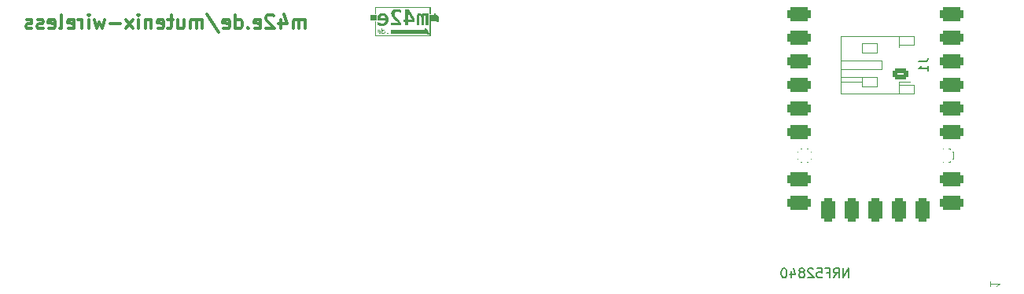
<source format=gbr>
%TF.GenerationSoftware,KiCad,Pcbnew,8.0.6*%
%TF.CreationDate,2024-12-17T19:04:38+01:00*%
%TF.ProjectId,MultiMacro,4d756c74-694d-4616-9372-6f2e6b696361,rev?*%
%TF.SameCoordinates,Original*%
%TF.FileFunction,Legend,Bot*%
%TF.FilePolarity,Positive*%
%FSLAX46Y46*%
G04 Gerber Fmt 4.6, Leading zero omitted, Abs format (unit mm)*
G04 Created by KiCad (PCBNEW 8.0.6) date 2024-12-17 19:04:38*
%MOMM*%
%LPD*%
G01*
G04 APERTURE LIST*
G04 Aperture macros list*
%AMRoundRect*
0 Rectangle with rounded corners*
0 $1 Rounding radius*
0 $2 $3 $4 $5 $6 $7 $8 $9 X,Y pos of 4 corners*
0 Add a 4 corners polygon primitive as box body*
4,1,4,$2,$3,$4,$5,$6,$7,$8,$9,$2,$3,0*
0 Add four circle primitives for the rounded corners*
1,1,$1+$1,$2,$3*
1,1,$1+$1,$4,$5*
1,1,$1+$1,$6,$7*
1,1,$1+$1,$8,$9*
0 Add four rect primitives between the rounded corners*
20,1,$1+$1,$2,$3,$4,$5,0*
20,1,$1+$1,$4,$5,$6,$7,0*
20,1,$1+$1,$6,$7,$8,$9,0*
20,1,$1+$1,$8,$9,$2,$3,0*%
G04 Aperture macros list end*
%ADD10C,0.300000*%
%ADD11C,0.150000*%
%ADD12C,0.100000*%
%ADD13C,0.000000*%
%ADD14C,0.015526*%
%ADD15C,0.015782*%
%ADD16C,0.120000*%
%ADD17O,2.900000X1.700000*%
%ADD18C,1.100025*%
%ADD19RoundRect,0.250000X0.625000X-0.350000X0.625000X0.350000X-0.625000X0.350000X-0.625000X-0.350000X0*%
%ADD20O,1.750000X1.200000*%
%ADD21RoundRect,0.400000X0.900000X0.400000X-0.900000X0.400000X-0.900000X-0.400000X0.900000X-0.400000X0*%
%ADD22RoundRect,0.400050X0.899950X0.400050X-0.899950X0.400050X-0.899950X-0.400050X0.899950X-0.400050X0*%
%ADD23RoundRect,0.400050X0.400050X0.400050X-0.400050X0.400050X-0.400050X-0.400050X0.400050X-0.400050X0*%
%ADD24RoundRect,0.400000X0.400000X0.900000X-0.400000X0.900000X-0.400000X-0.900000X0.400000X-0.900000X0*%
%ADD25RoundRect,0.393700X0.393700X0.906300X-0.393700X0.906300X-0.393700X-0.906300X0.393700X-0.906300X0*%
%ADD26C,1.600000*%
%ADD27C,1.574800*%
G04 APERTURE END LIST*
D10*
X83646489Y-27740828D02*
X83646489Y-26740828D01*
X83646489Y-26883685D02*
X83575060Y-26812257D01*
X83575060Y-26812257D02*
X83432203Y-26740828D01*
X83432203Y-26740828D02*
X83217917Y-26740828D01*
X83217917Y-26740828D02*
X83075060Y-26812257D01*
X83075060Y-26812257D02*
X83003632Y-26955114D01*
X83003632Y-26955114D02*
X83003632Y-27740828D01*
X83003632Y-26955114D02*
X82932203Y-26812257D01*
X82932203Y-26812257D02*
X82789346Y-26740828D01*
X82789346Y-26740828D02*
X82575060Y-26740828D01*
X82575060Y-26740828D02*
X82432203Y-26812257D01*
X82432203Y-26812257D02*
X82360774Y-26955114D01*
X82360774Y-26955114D02*
X82360774Y-27740828D01*
X81003632Y-26740828D02*
X81003632Y-27740828D01*
X81360774Y-26169400D02*
X81717917Y-27240828D01*
X81717917Y-27240828D02*
X80789346Y-27240828D01*
X80289346Y-26383685D02*
X80217918Y-26312257D01*
X80217918Y-26312257D02*
X80075061Y-26240828D01*
X80075061Y-26240828D02*
X79717918Y-26240828D01*
X79717918Y-26240828D02*
X79575061Y-26312257D01*
X79575061Y-26312257D02*
X79503632Y-26383685D01*
X79503632Y-26383685D02*
X79432203Y-26526542D01*
X79432203Y-26526542D02*
X79432203Y-26669400D01*
X79432203Y-26669400D02*
X79503632Y-26883685D01*
X79503632Y-26883685D02*
X80360775Y-27740828D01*
X80360775Y-27740828D02*
X79432203Y-27740828D01*
X78217918Y-27669400D02*
X78360775Y-27740828D01*
X78360775Y-27740828D02*
X78646490Y-27740828D01*
X78646490Y-27740828D02*
X78789347Y-27669400D01*
X78789347Y-27669400D02*
X78860775Y-27526542D01*
X78860775Y-27526542D02*
X78860775Y-26955114D01*
X78860775Y-26955114D02*
X78789347Y-26812257D01*
X78789347Y-26812257D02*
X78646490Y-26740828D01*
X78646490Y-26740828D02*
X78360775Y-26740828D01*
X78360775Y-26740828D02*
X78217918Y-26812257D01*
X78217918Y-26812257D02*
X78146490Y-26955114D01*
X78146490Y-26955114D02*
X78146490Y-27097971D01*
X78146490Y-27097971D02*
X78860775Y-27240828D01*
X77503633Y-27597971D02*
X77432204Y-27669400D01*
X77432204Y-27669400D02*
X77503633Y-27740828D01*
X77503633Y-27740828D02*
X77575061Y-27669400D01*
X77575061Y-27669400D02*
X77503633Y-27597971D01*
X77503633Y-27597971D02*
X77503633Y-27740828D01*
X76146490Y-27740828D02*
X76146490Y-26240828D01*
X76146490Y-27669400D02*
X76289347Y-27740828D01*
X76289347Y-27740828D02*
X76575061Y-27740828D01*
X76575061Y-27740828D02*
X76717918Y-27669400D01*
X76717918Y-27669400D02*
X76789347Y-27597971D01*
X76789347Y-27597971D02*
X76860775Y-27455114D01*
X76860775Y-27455114D02*
X76860775Y-27026542D01*
X76860775Y-27026542D02*
X76789347Y-26883685D01*
X76789347Y-26883685D02*
X76717918Y-26812257D01*
X76717918Y-26812257D02*
X76575061Y-26740828D01*
X76575061Y-26740828D02*
X76289347Y-26740828D01*
X76289347Y-26740828D02*
X76146490Y-26812257D01*
X74860775Y-27669400D02*
X75003632Y-27740828D01*
X75003632Y-27740828D02*
X75289347Y-27740828D01*
X75289347Y-27740828D02*
X75432204Y-27669400D01*
X75432204Y-27669400D02*
X75503632Y-27526542D01*
X75503632Y-27526542D02*
X75503632Y-26955114D01*
X75503632Y-26955114D02*
X75432204Y-26812257D01*
X75432204Y-26812257D02*
X75289347Y-26740828D01*
X75289347Y-26740828D02*
X75003632Y-26740828D01*
X75003632Y-26740828D02*
X74860775Y-26812257D01*
X74860775Y-26812257D02*
X74789347Y-26955114D01*
X74789347Y-26955114D02*
X74789347Y-27097971D01*
X74789347Y-27097971D02*
X75503632Y-27240828D01*
X73075061Y-26169400D02*
X74360775Y-28097971D01*
X72575061Y-27740828D02*
X72575061Y-26740828D01*
X72575061Y-26883685D02*
X72503632Y-26812257D01*
X72503632Y-26812257D02*
X72360775Y-26740828D01*
X72360775Y-26740828D02*
X72146489Y-26740828D01*
X72146489Y-26740828D02*
X72003632Y-26812257D01*
X72003632Y-26812257D02*
X71932204Y-26955114D01*
X71932204Y-26955114D02*
X71932204Y-27740828D01*
X71932204Y-26955114D02*
X71860775Y-26812257D01*
X71860775Y-26812257D02*
X71717918Y-26740828D01*
X71717918Y-26740828D02*
X71503632Y-26740828D01*
X71503632Y-26740828D02*
X71360775Y-26812257D01*
X71360775Y-26812257D02*
X71289346Y-26955114D01*
X71289346Y-26955114D02*
X71289346Y-27740828D01*
X69932204Y-26740828D02*
X69932204Y-27740828D01*
X70575061Y-26740828D02*
X70575061Y-27526542D01*
X70575061Y-27526542D02*
X70503632Y-27669400D01*
X70503632Y-27669400D02*
X70360775Y-27740828D01*
X70360775Y-27740828D02*
X70146489Y-27740828D01*
X70146489Y-27740828D02*
X70003632Y-27669400D01*
X70003632Y-27669400D02*
X69932204Y-27597971D01*
X69432203Y-26740828D02*
X68860775Y-26740828D01*
X69217918Y-26240828D02*
X69217918Y-27526542D01*
X69217918Y-27526542D02*
X69146489Y-27669400D01*
X69146489Y-27669400D02*
X69003632Y-27740828D01*
X69003632Y-27740828D02*
X68860775Y-27740828D01*
X67789346Y-27669400D02*
X67932203Y-27740828D01*
X67932203Y-27740828D02*
X68217918Y-27740828D01*
X68217918Y-27740828D02*
X68360775Y-27669400D01*
X68360775Y-27669400D02*
X68432203Y-27526542D01*
X68432203Y-27526542D02*
X68432203Y-26955114D01*
X68432203Y-26955114D02*
X68360775Y-26812257D01*
X68360775Y-26812257D02*
X68217918Y-26740828D01*
X68217918Y-26740828D02*
X67932203Y-26740828D01*
X67932203Y-26740828D02*
X67789346Y-26812257D01*
X67789346Y-26812257D02*
X67717918Y-26955114D01*
X67717918Y-26955114D02*
X67717918Y-27097971D01*
X67717918Y-27097971D02*
X68432203Y-27240828D01*
X67075061Y-26740828D02*
X67075061Y-27740828D01*
X67075061Y-26883685D02*
X67003632Y-26812257D01*
X67003632Y-26812257D02*
X66860775Y-26740828D01*
X66860775Y-26740828D02*
X66646489Y-26740828D01*
X66646489Y-26740828D02*
X66503632Y-26812257D01*
X66503632Y-26812257D02*
X66432204Y-26955114D01*
X66432204Y-26955114D02*
X66432204Y-27740828D01*
X65717918Y-27740828D02*
X65717918Y-26740828D01*
X65717918Y-26240828D02*
X65789346Y-26312257D01*
X65789346Y-26312257D02*
X65717918Y-26383685D01*
X65717918Y-26383685D02*
X65646489Y-26312257D01*
X65646489Y-26312257D02*
X65717918Y-26240828D01*
X65717918Y-26240828D02*
X65717918Y-26383685D01*
X65146489Y-27740828D02*
X64360775Y-26740828D01*
X65146489Y-26740828D02*
X64360775Y-27740828D01*
X63789346Y-27169400D02*
X62646489Y-27169400D01*
X62075060Y-26740828D02*
X61789346Y-27740828D01*
X61789346Y-27740828D02*
X61503631Y-27026542D01*
X61503631Y-27026542D02*
X61217917Y-27740828D01*
X61217917Y-27740828D02*
X60932203Y-26740828D01*
X60360774Y-27740828D02*
X60360774Y-26740828D01*
X60360774Y-26240828D02*
X60432202Y-26312257D01*
X60432202Y-26312257D02*
X60360774Y-26383685D01*
X60360774Y-26383685D02*
X60289345Y-26312257D01*
X60289345Y-26312257D02*
X60360774Y-26240828D01*
X60360774Y-26240828D02*
X60360774Y-26383685D01*
X59646488Y-27740828D02*
X59646488Y-26740828D01*
X59646488Y-27026542D02*
X59575059Y-26883685D01*
X59575059Y-26883685D02*
X59503631Y-26812257D01*
X59503631Y-26812257D02*
X59360773Y-26740828D01*
X59360773Y-26740828D02*
X59217916Y-26740828D01*
X58146488Y-27669400D02*
X58289345Y-27740828D01*
X58289345Y-27740828D02*
X58575060Y-27740828D01*
X58575060Y-27740828D02*
X58717917Y-27669400D01*
X58717917Y-27669400D02*
X58789345Y-27526542D01*
X58789345Y-27526542D02*
X58789345Y-26955114D01*
X58789345Y-26955114D02*
X58717917Y-26812257D01*
X58717917Y-26812257D02*
X58575060Y-26740828D01*
X58575060Y-26740828D02*
X58289345Y-26740828D01*
X58289345Y-26740828D02*
X58146488Y-26812257D01*
X58146488Y-26812257D02*
X58075060Y-26955114D01*
X58075060Y-26955114D02*
X58075060Y-27097971D01*
X58075060Y-27097971D02*
X58789345Y-27240828D01*
X57217917Y-27740828D02*
X57360774Y-27669400D01*
X57360774Y-27669400D02*
X57432203Y-27526542D01*
X57432203Y-27526542D02*
X57432203Y-26240828D01*
X56075060Y-27669400D02*
X56217917Y-27740828D01*
X56217917Y-27740828D02*
X56503632Y-27740828D01*
X56503632Y-27740828D02*
X56646489Y-27669400D01*
X56646489Y-27669400D02*
X56717917Y-27526542D01*
X56717917Y-27526542D02*
X56717917Y-26955114D01*
X56717917Y-26955114D02*
X56646489Y-26812257D01*
X56646489Y-26812257D02*
X56503632Y-26740828D01*
X56503632Y-26740828D02*
X56217917Y-26740828D01*
X56217917Y-26740828D02*
X56075060Y-26812257D01*
X56075060Y-26812257D02*
X56003632Y-26955114D01*
X56003632Y-26955114D02*
X56003632Y-27097971D01*
X56003632Y-27097971D02*
X56717917Y-27240828D01*
X55432203Y-27669400D02*
X55289346Y-27740828D01*
X55289346Y-27740828D02*
X55003632Y-27740828D01*
X55003632Y-27740828D02*
X54860775Y-27669400D01*
X54860775Y-27669400D02*
X54789346Y-27526542D01*
X54789346Y-27526542D02*
X54789346Y-27455114D01*
X54789346Y-27455114D02*
X54860775Y-27312257D01*
X54860775Y-27312257D02*
X55003632Y-27240828D01*
X55003632Y-27240828D02*
X55217918Y-27240828D01*
X55217918Y-27240828D02*
X55360775Y-27169400D01*
X55360775Y-27169400D02*
X55432203Y-27026542D01*
X55432203Y-27026542D02*
X55432203Y-26955114D01*
X55432203Y-26955114D02*
X55360775Y-26812257D01*
X55360775Y-26812257D02*
X55217918Y-26740828D01*
X55217918Y-26740828D02*
X55003632Y-26740828D01*
X55003632Y-26740828D02*
X54860775Y-26812257D01*
X54217917Y-27669400D02*
X54075060Y-27740828D01*
X54075060Y-27740828D02*
X53789346Y-27740828D01*
X53789346Y-27740828D02*
X53646489Y-27669400D01*
X53646489Y-27669400D02*
X53575060Y-27526542D01*
X53575060Y-27526542D02*
X53575060Y-27455114D01*
X53575060Y-27455114D02*
X53646489Y-27312257D01*
X53646489Y-27312257D02*
X53789346Y-27240828D01*
X53789346Y-27240828D02*
X54003632Y-27240828D01*
X54003632Y-27240828D02*
X54146489Y-27169400D01*
X54146489Y-27169400D02*
X54217917Y-27026542D01*
X54217917Y-27026542D02*
X54217917Y-26955114D01*
X54217917Y-26955114D02*
X54146489Y-26812257D01*
X54146489Y-26812257D02*
X54003632Y-26740828D01*
X54003632Y-26740828D02*
X53789346Y-26740828D01*
X53789346Y-26740828D02*
X53646489Y-26812257D01*
D11*
X149705819Y-31305666D02*
X150420104Y-31305666D01*
X150420104Y-31305666D02*
X150562961Y-31258047D01*
X150562961Y-31258047D02*
X150658200Y-31162809D01*
X150658200Y-31162809D02*
X150705819Y-31019952D01*
X150705819Y-31019952D02*
X150705819Y-30924714D01*
X150705819Y-32305666D02*
X150705819Y-31734238D01*
X150705819Y-32019952D02*
X149705819Y-32019952D01*
X149705819Y-32019952D02*
X149848676Y-31924714D01*
X149848676Y-31924714D02*
X149943914Y-31829476D01*
X149943914Y-31829476D02*
X149991533Y-31734238D01*
D12*
X157394552Y-54950848D02*
X157394552Y-55522276D01*
X157394552Y-55236562D02*
X158394552Y-55236562D01*
X158394552Y-55236562D02*
X158251695Y-55331800D01*
X158251695Y-55331800D02*
X158156457Y-55427038D01*
X158156457Y-55427038D02*
X158108838Y-55522276D01*
D11*
X142152237Y-54556819D02*
X142152237Y-53556819D01*
X142152237Y-53556819D02*
X141580809Y-54556819D01*
X141580809Y-54556819D02*
X141580809Y-53556819D01*
X140533190Y-54556819D02*
X140866523Y-54080628D01*
X141104618Y-54556819D02*
X141104618Y-53556819D01*
X141104618Y-53556819D02*
X140723666Y-53556819D01*
X140723666Y-53556819D02*
X140628428Y-53604438D01*
X140628428Y-53604438D02*
X140580809Y-53652057D01*
X140580809Y-53652057D02*
X140533190Y-53747295D01*
X140533190Y-53747295D02*
X140533190Y-53890152D01*
X140533190Y-53890152D02*
X140580809Y-53985390D01*
X140580809Y-53985390D02*
X140628428Y-54033009D01*
X140628428Y-54033009D02*
X140723666Y-54080628D01*
X140723666Y-54080628D02*
X141104618Y-54080628D01*
X139771285Y-54033009D02*
X140104618Y-54033009D01*
X140104618Y-54556819D02*
X140104618Y-53556819D01*
X140104618Y-53556819D02*
X139628428Y-53556819D01*
X138771285Y-53556819D02*
X139247475Y-53556819D01*
X139247475Y-53556819D02*
X139295094Y-54033009D01*
X139295094Y-54033009D02*
X139247475Y-53985390D01*
X139247475Y-53985390D02*
X139152237Y-53937771D01*
X139152237Y-53937771D02*
X138914142Y-53937771D01*
X138914142Y-53937771D02*
X138818904Y-53985390D01*
X138818904Y-53985390D02*
X138771285Y-54033009D01*
X138771285Y-54033009D02*
X138723666Y-54128247D01*
X138723666Y-54128247D02*
X138723666Y-54366342D01*
X138723666Y-54366342D02*
X138771285Y-54461580D01*
X138771285Y-54461580D02*
X138818904Y-54509200D01*
X138818904Y-54509200D02*
X138914142Y-54556819D01*
X138914142Y-54556819D02*
X139152237Y-54556819D01*
X139152237Y-54556819D02*
X139247475Y-54509200D01*
X139247475Y-54509200D02*
X139295094Y-54461580D01*
X138342713Y-53652057D02*
X138295094Y-53604438D01*
X138295094Y-53604438D02*
X138199856Y-53556819D01*
X138199856Y-53556819D02*
X137961761Y-53556819D01*
X137961761Y-53556819D02*
X137866523Y-53604438D01*
X137866523Y-53604438D02*
X137818904Y-53652057D01*
X137818904Y-53652057D02*
X137771285Y-53747295D01*
X137771285Y-53747295D02*
X137771285Y-53842533D01*
X137771285Y-53842533D02*
X137818904Y-53985390D01*
X137818904Y-53985390D02*
X138390332Y-54556819D01*
X138390332Y-54556819D02*
X137771285Y-54556819D01*
X137199856Y-53985390D02*
X137295094Y-53937771D01*
X137295094Y-53937771D02*
X137342713Y-53890152D01*
X137342713Y-53890152D02*
X137390332Y-53794914D01*
X137390332Y-53794914D02*
X137390332Y-53747295D01*
X137390332Y-53747295D02*
X137342713Y-53652057D01*
X137342713Y-53652057D02*
X137295094Y-53604438D01*
X137295094Y-53604438D02*
X137199856Y-53556819D01*
X137199856Y-53556819D02*
X137009380Y-53556819D01*
X137009380Y-53556819D02*
X136914142Y-53604438D01*
X136914142Y-53604438D02*
X136866523Y-53652057D01*
X136866523Y-53652057D02*
X136818904Y-53747295D01*
X136818904Y-53747295D02*
X136818904Y-53794914D01*
X136818904Y-53794914D02*
X136866523Y-53890152D01*
X136866523Y-53890152D02*
X136914142Y-53937771D01*
X136914142Y-53937771D02*
X137009380Y-53985390D01*
X137009380Y-53985390D02*
X137199856Y-53985390D01*
X137199856Y-53985390D02*
X137295094Y-54033009D01*
X137295094Y-54033009D02*
X137342713Y-54080628D01*
X137342713Y-54080628D02*
X137390332Y-54175866D01*
X137390332Y-54175866D02*
X137390332Y-54366342D01*
X137390332Y-54366342D02*
X137342713Y-54461580D01*
X137342713Y-54461580D02*
X137295094Y-54509200D01*
X137295094Y-54509200D02*
X137199856Y-54556819D01*
X137199856Y-54556819D02*
X137009380Y-54556819D01*
X137009380Y-54556819D02*
X136914142Y-54509200D01*
X136914142Y-54509200D02*
X136866523Y-54461580D01*
X136866523Y-54461580D02*
X136818904Y-54366342D01*
X136818904Y-54366342D02*
X136818904Y-54175866D01*
X136818904Y-54175866D02*
X136866523Y-54080628D01*
X136866523Y-54080628D02*
X136914142Y-54033009D01*
X136914142Y-54033009D02*
X137009380Y-53985390D01*
X135961761Y-53890152D02*
X135961761Y-54556819D01*
X136199856Y-53509200D02*
X136437951Y-54223485D01*
X136437951Y-54223485D02*
X135818904Y-54223485D01*
X135247475Y-53556819D02*
X135152237Y-53556819D01*
X135152237Y-53556819D02*
X135056999Y-53604438D01*
X135056999Y-53604438D02*
X135009380Y-53652057D01*
X135009380Y-53652057D02*
X134961761Y-53747295D01*
X134961761Y-53747295D02*
X134914142Y-53937771D01*
X134914142Y-53937771D02*
X134914142Y-54175866D01*
X134914142Y-54175866D02*
X134961761Y-54366342D01*
X134961761Y-54366342D02*
X135009380Y-54461580D01*
X135009380Y-54461580D02*
X135056999Y-54509200D01*
X135056999Y-54509200D02*
X135152237Y-54556819D01*
X135152237Y-54556819D02*
X135247475Y-54556819D01*
X135247475Y-54556819D02*
X135342713Y-54509200D01*
X135342713Y-54509200D02*
X135390332Y-54461580D01*
X135390332Y-54461580D02*
X135437951Y-54366342D01*
X135437951Y-54366342D02*
X135485570Y-54175866D01*
X135485570Y-54175866D02*
X135485570Y-53937771D01*
X135485570Y-53937771D02*
X135437951Y-53747295D01*
X135437951Y-53747295D02*
X135390332Y-53652057D01*
X135390332Y-53652057D02*
X135342713Y-53604438D01*
X135342713Y-53604438D02*
X135247475Y-53556819D01*
D13*
%TO.C,REF\u002A\u002A*%
G36*
X91273225Y-26406387D02*
G01*
X90646447Y-26406387D01*
X90646447Y-26274768D01*
X91273225Y-26274768D01*
X91273225Y-26406387D01*
G37*
G36*
X91273225Y-26406387D02*
G01*
X90646447Y-26406387D01*
X90646447Y-26274768D01*
X91273225Y-26274768D01*
X91273225Y-26406387D01*
G37*
D14*
X91273225Y-26406387D02*
X90646447Y-26406387D01*
X90646447Y-26274768D01*
X91273225Y-26274768D01*
X91273225Y-26406387D01*
X91273225Y-26406387D02*
X90646447Y-26406387D01*
X90646447Y-26274768D01*
X91273225Y-26274768D01*
X91273225Y-26406387D01*
D13*
G36*
X91273232Y-26610120D02*
G01*
X90646454Y-26610120D01*
X90646454Y-26478502D01*
X91273232Y-26478502D01*
X91273232Y-26610120D01*
G37*
G36*
X91273232Y-26610120D02*
G01*
X90646454Y-26610120D01*
X90646454Y-26478502D01*
X91273232Y-26478502D01*
X91273232Y-26610120D01*
G37*
D14*
X91273232Y-26610120D02*
X90646454Y-26610120D01*
X90646454Y-26478502D01*
X91273232Y-26478502D01*
X91273232Y-26610120D01*
X91273232Y-26610120D02*
X90646454Y-26610120D01*
X90646454Y-26478502D01*
X91273232Y-26478502D01*
X91273232Y-26610120D01*
D13*
G36*
X91273238Y-26817053D02*
G01*
X90646460Y-26817053D01*
X90646460Y-26685434D01*
X91273238Y-26685434D01*
X91273238Y-26817053D01*
G37*
G36*
X91273238Y-26817053D02*
G01*
X90646460Y-26817053D01*
X90646460Y-26685434D01*
X91273238Y-26685434D01*
X91273238Y-26817053D01*
G37*
D14*
X91273238Y-26817053D02*
X90646460Y-26817053D01*
X90646460Y-26685434D01*
X91273238Y-26685434D01*
X91273238Y-26817053D01*
X91273238Y-26817053D02*
X90646460Y-26817053D01*
X90646460Y-26685434D01*
X91273238Y-26685434D01*
X91273238Y-26817053D01*
D13*
G36*
X95450582Y-27040441D02*
G01*
X94765717Y-27040441D01*
X94765717Y-27412947D01*
X94438338Y-27412947D01*
X94438338Y-27040441D01*
X94248612Y-27040441D01*
X94248612Y-26747763D01*
X94438338Y-26747763D01*
X94438338Y-26065221D01*
X94765717Y-26065221D01*
X94765717Y-26747763D01*
X95201861Y-26747763D01*
X94765717Y-26065221D01*
X94438338Y-26065221D01*
X94438338Y-25685766D01*
X94795807Y-25685766D01*
X95450582Y-26709587D01*
X95450582Y-26747763D01*
X95450582Y-27040441D01*
G37*
G36*
X97096488Y-25403202D02*
G01*
X97099829Y-25403456D01*
X97103123Y-25403874D01*
X97106363Y-25404453D01*
X97109547Y-25405188D01*
X97112670Y-25406075D01*
X97115727Y-25407110D01*
X97118716Y-25408288D01*
X97121631Y-25409606D01*
X97124469Y-25411060D01*
X97127224Y-25412644D01*
X97129895Y-25414356D01*
X97132475Y-25416191D01*
X97134961Y-25418145D01*
X97137349Y-25420213D01*
X97139635Y-25422392D01*
X97141814Y-25424678D01*
X97143882Y-25427066D01*
X97145836Y-25429552D01*
X97147671Y-25432132D01*
X97149383Y-25434802D01*
X97150968Y-25437558D01*
X97152421Y-25440395D01*
X97153739Y-25443310D01*
X97154917Y-25446299D01*
X97155952Y-25449356D01*
X97156839Y-25452479D01*
X97157574Y-25455662D01*
X97158153Y-25458903D01*
X97158571Y-25462196D01*
X97158825Y-25465538D01*
X97158911Y-25468924D01*
X97158911Y-26188546D01*
X97027292Y-26188546D01*
X97027292Y-25534744D01*
X91275408Y-25534744D01*
X91275408Y-26188546D01*
X91143669Y-26188546D01*
X91143669Y-25468924D01*
X91143754Y-25465538D01*
X91144009Y-25462196D01*
X91144428Y-25458903D01*
X91145008Y-25455662D01*
X91145745Y-25452479D01*
X91146633Y-25449356D01*
X91147670Y-25446299D01*
X91148850Y-25443310D01*
X91150170Y-25440395D01*
X91151626Y-25437558D01*
X91153213Y-25434802D01*
X91154928Y-25432132D01*
X91156765Y-25429552D01*
X91158722Y-25427066D01*
X91160793Y-25424678D01*
X91162975Y-25422392D01*
X91165263Y-25420213D01*
X91167654Y-25418145D01*
X91170143Y-25416191D01*
X91172726Y-25414356D01*
X91175399Y-25412644D01*
X91178157Y-25411060D01*
X91180997Y-25409606D01*
X91183914Y-25408288D01*
X91186904Y-25407110D01*
X91189964Y-25406075D01*
X91193088Y-25405188D01*
X91196273Y-25404453D01*
X91199515Y-25403874D01*
X91202809Y-25403456D01*
X91206152Y-25403202D01*
X91209538Y-25403116D01*
X97093101Y-25403116D01*
X97096488Y-25403202D01*
G37*
G36*
X91275408Y-28462586D02*
G01*
X97027292Y-28462586D01*
X97027292Y-26912479D01*
X97158911Y-26912479D01*
X97158911Y-28528393D01*
X97158825Y-28531780D01*
X97158571Y-28535123D01*
X97158153Y-28538417D01*
X97157574Y-28541659D01*
X97156839Y-28544843D01*
X97155952Y-28547967D01*
X97154917Y-28551025D01*
X97153739Y-28554014D01*
X97152421Y-28556930D01*
X97150968Y-28559768D01*
X97149383Y-28562525D01*
X97147671Y-28565195D01*
X97145836Y-28567776D01*
X97143882Y-28570262D01*
X97141814Y-28572650D01*
X97139635Y-28574936D01*
X97137349Y-28577116D01*
X97134961Y-28579184D01*
X97132475Y-28581138D01*
X97129895Y-28582973D01*
X97127224Y-28584685D01*
X97124469Y-28586270D01*
X97121631Y-28587724D01*
X97118716Y-28589042D01*
X97115727Y-28590220D01*
X97112670Y-28591255D01*
X97109547Y-28592142D01*
X97106363Y-28592877D01*
X97103123Y-28593456D01*
X97099829Y-28593874D01*
X97096488Y-28594128D01*
X97093101Y-28594214D01*
X91209538Y-28594214D01*
X91206152Y-28594128D01*
X91202809Y-28593874D01*
X91199515Y-28593456D01*
X91196273Y-28592877D01*
X91193088Y-28592142D01*
X91189964Y-28591255D01*
X91186904Y-28590220D01*
X91183914Y-28589042D01*
X91180997Y-28587724D01*
X91178157Y-28586270D01*
X91175399Y-28584685D01*
X91172726Y-28582973D01*
X91170143Y-28581138D01*
X91167654Y-28579184D01*
X91165263Y-28577116D01*
X91162975Y-28574936D01*
X91160793Y-28572650D01*
X91158722Y-28570262D01*
X91156765Y-28567776D01*
X91154928Y-28565195D01*
X91153213Y-28562525D01*
X91151626Y-28559768D01*
X91150170Y-28556930D01*
X91148850Y-28554014D01*
X91147670Y-28551025D01*
X91146633Y-28547967D01*
X91145745Y-28544843D01*
X91145008Y-28541659D01*
X91144428Y-28538417D01*
X91144009Y-28535123D01*
X91143754Y-28531780D01*
X91143669Y-28528393D01*
X91143669Y-26912479D01*
X91275408Y-26912479D01*
X91275408Y-28462586D01*
G37*
G36*
X92545118Y-28205560D02*
G01*
X92548302Y-28205773D01*
X92551422Y-28206128D01*
X92554479Y-28206624D01*
X92557472Y-28207261D01*
X92560403Y-28208041D01*
X92563269Y-28208962D01*
X92566073Y-28210025D01*
X92568813Y-28211229D01*
X92571490Y-28212575D01*
X92574104Y-28214063D01*
X92576654Y-28215692D01*
X92579142Y-28217462D01*
X92581565Y-28219374D01*
X92583926Y-28221428D01*
X92586223Y-28223623D01*
X92588418Y-28225930D01*
X92590471Y-28228322D01*
X92592382Y-28230798D01*
X92594152Y-28233358D01*
X92595779Y-28236002D01*
X92597265Y-28238731D01*
X92598610Y-28241543D01*
X92599813Y-28244441D01*
X92600874Y-28247422D01*
X92601793Y-28250488D01*
X92602572Y-28253639D01*
X92603208Y-28256874D01*
X92603703Y-28260193D01*
X92604057Y-28263598D01*
X92604269Y-28267087D01*
X92604340Y-28270660D01*
X92604269Y-28274234D01*
X92604057Y-28277723D01*
X92603703Y-28281128D01*
X92603208Y-28284449D01*
X92602572Y-28287685D01*
X92601793Y-28290837D01*
X92600874Y-28293904D01*
X92599813Y-28296887D01*
X92598610Y-28299786D01*
X92597265Y-28302600D01*
X92595779Y-28305330D01*
X92594152Y-28307975D01*
X92592382Y-28310536D01*
X92590471Y-28313013D01*
X92588418Y-28315405D01*
X92586223Y-28317713D01*
X92583926Y-28319908D01*
X92581565Y-28321961D01*
X92579142Y-28323872D01*
X92576654Y-28325641D01*
X92574104Y-28327269D01*
X92571490Y-28328755D01*
X92568813Y-28330099D01*
X92566073Y-28331302D01*
X92563269Y-28332363D01*
X92560403Y-28333283D01*
X92557472Y-28334061D01*
X92554479Y-28334698D01*
X92551422Y-28335193D01*
X92548302Y-28335546D01*
X92545118Y-28335759D01*
X92541872Y-28335829D01*
X92538625Y-28335759D01*
X92535442Y-28335546D01*
X92532322Y-28335193D01*
X92529267Y-28334698D01*
X92526274Y-28334061D01*
X92523345Y-28333283D01*
X92520480Y-28332363D01*
X92517678Y-28331302D01*
X92514939Y-28330099D01*
X92512263Y-28328755D01*
X92509651Y-28327269D01*
X92507102Y-28325641D01*
X92504616Y-28323872D01*
X92502193Y-28321961D01*
X92499833Y-28319908D01*
X92497536Y-28317713D01*
X92495341Y-28315405D01*
X92493287Y-28313013D01*
X92491375Y-28310536D01*
X92489605Y-28307975D01*
X92487976Y-28305330D01*
X92486488Y-28302600D01*
X92485142Y-28299786D01*
X92483938Y-28296887D01*
X92482875Y-28293904D01*
X92481954Y-28290837D01*
X92481174Y-28287685D01*
X92480537Y-28284449D01*
X92480040Y-28281128D01*
X92479686Y-28277723D01*
X92479473Y-28274234D01*
X92479403Y-28270660D01*
X92479473Y-28267087D01*
X92479686Y-28263598D01*
X92480040Y-28260193D01*
X92480537Y-28256874D01*
X92481174Y-28253639D01*
X92481954Y-28250488D01*
X92482875Y-28247422D01*
X92483938Y-28244441D01*
X92485142Y-28241543D01*
X92486488Y-28238731D01*
X92487976Y-28236002D01*
X92489605Y-28233358D01*
X92491375Y-28230798D01*
X92493287Y-28228322D01*
X92495341Y-28225930D01*
X92497536Y-28223623D01*
X92499833Y-28221428D01*
X92502193Y-28219374D01*
X92504616Y-28217462D01*
X92507102Y-28215692D01*
X92509651Y-28214063D01*
X92512263Y-28212575D01*
X92514939Y-28211229D01*
X92517678Y-28210025D01*
X92520480Y-28208962D01*
X92523345Y-28208041D01*
X92526274Y-28207261D01*
X92529267Y-28206624D01*
X92532322Y-28206128D01*
X92535442Y-28205773D01*
X92538625Y-28205560D01*
X92541872Y-28205490D01*
X92545118Y-28205560D01*
G37*
G36*
X97590744Y-26135334D02*
G01*
X97593896Y-26135559D01*
X97597036Y-26135935D01*
X97600158Y-26136462D01*
X97603257Y-26137139D01*
X97606327Y-26137967D01*
X97609361Y-26138945D01*
X97612355Y-26140074D01*
X97615301Y-26141353D01*
X97618195Y-26142782D01*
X97621030Y-26144362D01*
X97623801Y-26146093D01*
X97626501Y-26147974D01*
X97629125Y-26150005D01*
X97631667Y-26152187D01*
X97634121Y-26154520D01*
X97922384Y-26442775D01*
X97924716Y-26445229D01*
X97926897Y-26447770D01*
X97928927Y-26450394D01*
X97930808Y-26453094D01*
X97932538Y-26455865D01*
X97934117Y-26458699D01*
X97935546Y-26461593D01*
X97936825Y-26464539D01*
X97937953Y-26467533D01*
X97938931Y-26470567D01*
X97939758Y-26473636D01*
X97940435Y-26476735D01*
X97940962Y-26479858D01*
X97941338Y-26482998D01*
X97941563Y-26486149D01*
X97941638Y-26489307D01*
X97941563Y-26492464D01*
X97941338Y-26495616D01*
X97940962Y-26498756D01*
X97940435Y-26501878D01*
X97939758Y-26504977D01*
X97938931Y-26508047D01*
X97937953Y-26511081D01*
X97936825Y-26514075D01*
X97935546Y-26517021D01*
X97934117Y-26519915D01*
X97932538Y-26522750D01*
X97930808Y-26525520D01*
X97928927Y-26528220D01*
X97926897Y-26530844D01*
X97924716Y-26533385D01*
X97922384Y-26535839D01*
X97919930Y-26538173D01*
X97917388Y-26540356D01*
X97914764Y-26542389D01*
X97912063Y-26544271D01*
X97909292Y-26546003D01*
X97906457Y-26547583D01*
X97903563Y-26549014D01*
X97900616Y-26550294D01*
X97897622Y-26551423D01*
X97894587Y-26552402D01*
X97891517Y-26553230D01*
X97888417Y-26553907D01*
X97885294Y-26554434D01*
X97882154Y-26554811D01*
X97879002Y-26555037D01*
X97875843Y-26555112D01*
X97872685Y-26555037D01*
X97869533Y-26554811D01*
X97866392Y-26554434D01*
X97863269Y-26553907D01*
X97860170Y-26553230D01*
X97857100Y-26552402D01*
X97854065Y-26551423D01*
X97851071Y-26550294D01*
X97848124Y-26549014D01*
X97845230Y-26547583D01*
X97842394Y-26546003D01*
X97839623Y-26544271D01*
X97836923Y-26542389D01*
X97834299Y-26540356D01*
X97831757Y-26538173D01*
X97829303Y-26535839D01*
X97704450Y-26410996D01*
X97025001Y-26410996D01*
X97025001Y-26279362D01*
X97572825Y-26279362D01*
X97541053Y-26247584D01*
X97538720Y-26245130D01*
X97536538Y-26242588D01*
X97534506Y-26239964D01*
X97532625Y-26237264D01*
X97530894Y-26234494D01*
X97529314Y-26231659D01*
X97527884Y-26228765D01*
X97526605Y-26225819D01*
X97525476Y-26222825D01*
X97524498Y-26219791D01*
X97523670Y-26216721D01*
X97522993Y-26213622D01*
X97522466Y-26210500D01*
X97522090Y-26207360D01*
X97521864Y-26204208D01*
X97521789Y-26201051D01*
X97521864Y-26197893D01*
X97522090Y-26194742D01*
X97522466Y-26191602D01*
X97522993Y-26188480D01*
X97523670Y-26185381D01*
X97524498Y-26182311D01*
X97525476Y-26179277D01*
X97526605Y-26176284D01*
X97527884Y-26173337D01*
X97529314Y-26170444D01*
X97530894Y-26167609D01*
X97532625Y-26164839D01*
X97534506Y-26162139D01*
X97536538Y-26159515D01*
X97538720Y-26156973D01*
X97541053Y-26154520D01*
X97543507Y-26152187D01*
X97546049Y-26150005D01*
X97548673Y-26147974D01*
X97551373Y-26146093D01*
X97554144Y-26144362D01*
X97556979Y-26142782D01*
X97559873Y-26141353D01*
X97562819Y-26140074D01*
X97565812Y-26138945D01*
X97568847Y-26137967D01*
X97571916Y-26137139D01*
X97575015Y-26136462D01*
X97578138Y-26135935D01*
X97581278Y-26135559D01*
X97584429Y-26135334D01*
X97587587Y-26135258D01*
X97590744Y-26135334D01*
G37*
D15*
X97590744Y-26135334D02*
X97593896Y-26135559D01*
X97597036Y-26135935D01*
X97600158Y-26136462D01*
X97603257Y-26137139D01*
X97606327Y-26137967D01*
X97609361Y-26138945D01*
X97612355Y-26140074D01*
X97615301Y-26141353D01*
X97618195Y-26142782D01*
X97621030Y-26144362D01*
X97623801Y-26146093D01*
X97626501Y-26147974D01*
X97629125Y-26150005D01*
X97631667Y-26152187D01*
X97634121Y-26154520D01*
X97922384Y-26442775D01*
X97924716Y-26445229D01*
X97926897Y-26447770D01*
X97928927Y-26450394D01*
X97930808Y-26453094D01*
X97932538Y-26455865D01*
X97934117Y-26458699D01*
X97935546Y-26461593D01*
X97936825Y-26464539D01*
X97937953Y-26467533D01*
X97938931Y-26470567D01*
X97939758Y-26473636D01*
X97940435Y-26476735D01*
X97940962Y-26479858D01*
X97941338Y-26482998D01*
X97941563Y-26486149D01*
X97941638Y-26489307D01*
X97941563Y-26492464D01*
X97941338Y-26495616D01*
X97940962Y-26498756D01*
X97940435Y-26501878D01*
X97939758Y-26504977D01*
X97938931Y-26508047D01*
X97937953Y-26511081D01*
X97936825Y-26514075D01*
X97935546Y-26517021D01*
X97934117Y-26519915D01*
X97932538Y-26522750D01*
X97930808Y-26525520D01*
X97928927Y-26528220D01*
X97926897Y-26530844D01*
X97924716Y-26533385D01*
X97922384Y-26535839D01*
X97919930Y-26538173D01*
X97917388Y-26540356D01*
X97914764Y-26542389D01*
X97912063Y-26544271D01*
X97909292Y-26546003D01*
X97906457Y-26547583D01*
X97903563Y-26549014D01*
X97900616Y-26550294D01*
X97897622Y-26551423D01*
X97894587Y-26552402D01*
X97891517Y-26553230D01*
X97888417Y-26553907D01*
X97885294Y-26554434D01*
X97882154Y-26554811D01*
X97879002Y-26555037D01*
X97875843Y-26555112D01*
X97872685Y-26555037D01*
X97869533Y-26554811D01*
X97866392Y-26554434D01*
X97863269Y-26553907D01*
X97860170Y-26553230D01*
X97857100Y-26552402D01*
X97854065Y-26551423D01*
X97851071Y-26550294D01*
X97848124Y-26549014D01*
X97845230Y-26547583D01*
X97842394Y-26546003D01*
X97839623Y-26544271D01*
X97836923Y-26542389D01*
X97834299Y-26540356D01*
X97831757Y-26538173D01*
X97829303Y-26535839D01*
X97704450Y-26410996D01*
X97025001Y-26410996D01*
X97025001Y-26279362D01*
X97572825Y-26279362D01*
X97541053Y-26247584D01*
X97538720Y-26245130D01*
X97536538Y-26242588D01*
X97534506Y-26239964D01*
X97532625Y-26237264D01*
X97530894Y-26234494D01*
X97529314Y-26231659D01*
X97527884Y-26228765D01*
X97526605Y-26225819D01*
X97525476Y-26222825D01*
X97524498Y-26219791D01*
X97523670Y-26216721D01*
X97522993Y-26213622D01*
X97522466Y-26210500D01*
X97522090Y-26207360D01*
X97521864Y-26204208D01*
X97521789Y-26201051D01*
X97521864Y-26197893D01*
X97522090Y-26194742D01*
X97522466Y-26191602D01*
X97522993Y-26188480D01*
X97523670Y-26185381D01*
X97524498Y-26182311D01*
X97525476Y-26179277D01*
X97526605Y-26176284D01*
X97527884Y-26173337D01*
X97529314Y-26170444D01*
X97530894Y-26167609D01*
X97532625Y-26164839D01*
X97534506Y-26162139D01*
X97536538Y-26159515D01*
X97538720Y-26156973D01*
X97541053Y-26154520D01*
X97543507Y-26152187D01*
X97546049Y-26150005D01*
X97548673Y-26147974D01*
X97551373Y-26146093D01*
X97554144Y-26144362D01*
X97556979Y-26142782D01*
X97559873Y-26141353D01*
X97562819Y-26140074D01*
X97565812Y-26138945D01*
X97568847Y-26137967D01*
X97571916Y-26137139D01*
X97575015Y-26136462D01*
X97578138Y-26135935D01*
X97581278Y-26135559D01*
X97584429Y-26135334D01*
X97587587Y-26135258D01*
X97590744Y-26135334D01*
D13*
G36*
X97598278Y-26339068D02*
G01*
X97601430Y-26339294D01*
X97604570Y-26339670D01*
X97607692Y-26340196D01*
X97610791Y-26340874D01*
X97613860Y-26341701D01*
X97616895Y-26342679D01*
X97619888Y-26343808D01*
X97622835Y-26345087D01*
X97625729Y-26346517D01*
X97628564Y-26348097D01*
X97631334Y-26349827D01*
X97634035Y-26351708D01*
X97636659Y-26353740D01*
X97639201Y-26355922D01*
X97641655Y-26358254D01*
X97929917Y-26646509D01*
X97932249Y-26648963D01*
X97934430Y-26651505D01*
X97936461Y-26654128D01*
X97938341Y-26656828D01*
X97940071Y-26659599D01*
X97941651Y-26662434D01*
X97943080Y-26665327D01*
X97944358Y-26668274D01*
X97945486Y-26671267D01*
X97946464Y-26674301D01*
X97947292Y-26677371D01*
X97947968Y-26680470D01*
X97948495Y-26683592D01*
X97948871Y-26686732D01*
X97949097Y-26689884D01*
X97949172Y-26693041D01*
X97949097Y-26696199D01*
X97948871Y-26699350D01*
X97948495Y-26702490D01*
X97947968Y-26705613D01*
X97947292Y-26708712D01*
X97946464Y-26711781D01*
X97945486Y-26714816D01*
X97944358Y-26717809D01*
X97943080Y-26720755D01*
X97941651Y-26723649D01*
X97940071Y-26726484D01*
X97938341Y-26729254D01*
X97936461Y-26731954D01*
X97934430Y-26734578D01*
X97932249Y-26737120D01*
X97929917Y-26739574D01*
X97927463Y-26741907D01*
X97924921Y-26744091D01*
X97922297Y-26746123D01*
X97919597Y-26748005D01*
X97916826Y-26749737D01*
X97913990Y-26751318D01*
X97911096Y-26752748D01*
X97908149Y-26754028D01*
X97905155Y-26755157D01*
X97902120Y-26756136D01*
X97899050Y-26756964D01*
X97895951Y-26757642D01*
X97892828Y-26758169D01*
X97889687Y-26758545D01*
X97886535Y-26758771D01*
X97883377Y-26758846D01*
X97880219Y-26758771D01*
X97877066Y-26758545D01*
X97873926Y-26758169D01*
X97870803Y-26757642D01*
X97867703Y-26756964D01*
X97864633Y-26756136D01*
X97861598Y-26755157D01*
X97858604Y-26754028D01*
X97855657Y-26752748D01*
X97852763Y-26751318D01*
X97849928Y-26749737D01*
X97847157Y-26748005D01*
X97844456Y-26746123D01*
X97841832Y-26744091D01*
X97839290Y-26741907D01*
X97836836Y-26739574D01*
X97711983Y-26614731D01*
X97025009Y-26614731D01*
X97025009Y-26483096D01*
X97580359Y-26483096D01*
X97548587Y-26451318D01*
X97546254Y-26448864D01*
X97544072Y-26446322D01*
X97542040Y-26443699D01*
X97540159Y-26440998D01*
X97538428Y-26438228D01*
X97536847Y-26435393D01*
X97535418Y-26432499D01*
X97534138Y-26429553D01*
X97533010Y-26426560D01*
X97532031Y-26423525D01*
X97531204Y-26420456D01*
X97530526Y-26417357D01*
X97530000Y-26414234D01*
X97529623Y-26411094D01*
X97529398Y-26407943D01*
X97529322Y-26404785D01*
X97529398Y-26401628D01*
X97529623Y-26398476D01*
X97530000Y-26395336D01*
X97530526Y-26392214D01*
X97531204Y-26389115D01*
X97532031Y-26386046D01*
X97533010Y-26383011D01*
X97534138Y-26380018D01*
X97535418Y-26377072D01*
X97536847Y-26374178D01*
X97538428Y-26371343D01*
X97540159Y-26368573D01*
X97542040Y-26365873D01*
X97544072Y-26363249D01*
X97546254Y-26360708D01*
X97548587Y-26358254D01*
X97551041Y-26355922D01*
X97553583Y-26353740D01*
X97556207Y-26351708D01*
X97558907Y-26349827D01*
X97561677Y-26348097D01*
X97564512Y-26346517D01*
X97567406Y-26345087D01*
X97570353Y-26343808D01*
X97573346Y-26342679D01*
X97576380Y-26341701D01*
X97579450Y-26340874D01*
X97582549Y-26340196D01*
X97585671Y-26339670D01*
X97588811Y-26339294D01*
X97591963Y-26339068D01*
X97595120Y-26338993D01*
X97598278Y-26339068D01*
G37*
D15*
X97598278Y-26339068D02*
X97601430Y-26339294D01*
X97604570Y-26339670D01*
X97607692Y-26340196D01*
X97610791Y-26340874D01*
X97613860Y-26341701D01*
X97616895Y-26342679D01*
X97619888Y-26343808D01*
X97622835Y-26345087D01*
X97625729Y-26346517D01*
X97628564Y-26348097D01*
X97631334Y-26349827D01*
X97634035Y-26351708D01*
X97636659Y-26353740D01*
X97639201Y-26355922D01*
X97641655Y-26358254D01*
X97929917Y-26646509D01*
X97932249Y-26648963D01*
X97934430Y-26651505D01*
X97936461Y-26654128D01*
X97938341Y-26656828D01*
X97940071Y-26659599D01*
X97941651Y-26662434D01*
X97943080Y-26665327D01*
X97944358Y-26668274D01*
X97945486Y-26671267D01*
X97946464Y-26674301D01*
X97947292Y-26677371D01*
X97947968Y-26680470D01*
X97948495Y-26683592D01*
X97948871Y-26686732D01*
X97949097Y-26689884D01*
X97949172Y-26693041D01*
X97949097Y-26696199D01*
X97948871Y-26699350D01*
X97948495Y-26702490D01*
X97947968Y-26705613D01*
X97947292Y-26708712D01*
X97946464Y-26711781D01*
X97945486Y-26714816D01*
X97944358Y-26717809D01*
X97943080Y-26720755D01*
X97941651Y-26723649D01*
X97940071Y-26726484D01*
X97938341Y-26729254D01*
X97936461Y-26731954D01*
X97934430Y-26734578D01*
X97932249Y-26737120D01*
X97929917Y-26739574D01*
X97927463Y-26741907D01*
X97924921Y-26744091D01*
X97922297Y-26746123D01*
X97919597Y-26748005D01*
X97916826Y-26749737D01*
X97913990Y-26751318D01*
X97911096Y-26752748D01*
X97908149Y-26754028D01*
X97905155Y-26755157D01*
X97902120Y-26756136D01*
X97899050Y-26756964D01*
X97895951Y-26757642D01*
X97892828Y-26758169D01*
X97889687Y-26758545D01*
X97886535Y-26758771D01*
X97883377Y-26758846D01*
X97880219Y-26758771D01*
X97877066Y-26758545D01*
X97873926Y-26758169D01*
X97870803Y-26757642D01*
X97867703Y-26756964D01*
X97864633Y-26756136D01*
X97861598Y-26755157D01*
X97858604Y-26754028D01*
X97855657Y-26752748D01*
X97852763Y-26751318D01*
X97849928Y-26749737D01*
X97847157Y-26748005D01*
X97844456Y-26746123D01*
X97841832Y-26744091D01*
X97839290Y-26741907D01*
X97836836Y-26739574D01*
X97711983Y-26614731D01*
X97025009Y-26614731D01*
X97025009Y-26483096D01*
X97580359Y-26483096D01*
X97548587Y-26451318D01*
X97546254Y-26448864D01*
X97544072Y-26446322D01*
X97542040Y-26443699D01*
X97540159Y-26440998D01*
X97538428Y-26438228D01*
X97536847Y-26435393D01*
X97535418Y-26432499D01*
X97534138Y-26429553D01*
X97533010Y-26426560D01*
X97532031Y-26423525D01*
X97531204Y-26420456D01*
X97530526Y-26417357D01*
X97530000Y-26414234D01*
X97529623Y-26411094D01*
X97529398Y-26407943D01*
X97529322Y-26404785D01*
X97529398Y-26401628D01*
X97529623Y-26398476D01*
X97530000Y-26395336D01*
X97530526Y-26392214D01*
X97531204Y-26389115D01*
X97532031Y-26386046D01*
X97533010Y-26383011D01*
X97534138Y-26380018D01*
X97535418Y-26377072D01*
X97536847Y-26374178D01*
X97538428Y-26371343D01*
X97540159Y-26368573D01*
X97542040Y-26365873D01*
X97544072Y-26363249D01*
X97546254Y-26360708D01*
X97548587Y-26358254D01*
X97551041Y-26355922D01*
X97553583Y-26353740D01*
X97556207Y-26351708D01*
X97558907Y-26349827D01*
X97561677Y-26348097D01*
X97564512Y-26346517D01*
X97567406Y-26345087D01*
X97570353Y-26343808D01*
X97573346Y-26342679D01*
X97576380Y-26341701D01*
X97579450Y-26340874D01*
X97582549Y-26340196D01*
X97585671Y-26339670D01*
X97588811Y-26339294D01*
X97591963Y-26339068D01*
X97595120Y-26338993D01*
X97598278Y-26339068D01*
D13*
G36*
X97606539Y-26546000D02*
G01*
X97609691Y-26546225D01*
X97612831Y-26546602D01*
X97615953Y-26547128D01*
X97619052Y-26547805D01*
X97622122Y-26548633D01*
X97625156Y-26549611D01*
X97628149Y-26550740D01*
X97631096Y-26552019D01*
X97633990Y-26553448D01*
X97636825Y-26555028D01*
X97639595Y-26556759D01*
X97642296Y-26558640D01*
X97644920Y-26560671D01*
X97647462Y-26562853D01*
X97649916Y-26565186D01*
X97938179Y-26853441D01*
X97940510Y-26855895D01*
X97942691Y-26858437D01*
X97944722Y-26861060D01*
X97946602Y-26863760D01*
X97948332Y-26866531D01*
X97949912Y-26869366D01*
X97951341Y-26872259D01*
X97952619Y-26875205D01*
X97953748Y-26878199D01*
X97954725Y-26881233D01*
X97955553Y-26884303D01*
X97956230Y-26887401D01*
X97956756Y-26890524D01*
X97957132Y-26893664D01*
X97957358Y-26896815D01*
X97957433Y-26899973D01*
X97957358Y-26903131D01*
X97957132Y-26906282D01*
X97956756Y-26909422D01*
X97956230Y-26912545D01*
X97955553Y-26915643D01*
X97954725Y-26918713D01*
X97953748Y-26921747D01*
X97952619Y-26924741D01*
X97951341Y-26927687D01*
X97949912Y-26930581D01*
X97948332Y-26933416D01*
X97946602Y-26936186D01*
X97944722Y-26938886D01*
X97942691Y-26941510D01*
X97940510Y-26944052D01*
X97938179Y-26946505D01*
X97935725Y-26948839D01*
X97933182Y-26951022D01*
X97930558Y-26953055D01*
X97927858Y-26954937D01*
X97925087Y-26956669D01*
X97922252Y-26958250D01*
X97919357Y-26959680D01*
X97916410Y-26960960D01*
X97913417Y-26962089D01*
X97910382Y-26963068D01*
X97907311Y-26963896D01*
X97904212Y-26964574D01*
X97901089Y-26965100D01*
X97897948Y-26965477D01*
X97894796Y-26965703D01*
X97891638Y-26965778D01*
X97888480Y-26965703D01*
X97885327Y-26965477D01*
X97882187Y-26965100D01*
X97879064Y-26964574D01*
X97875964Y-26963896D01*
X97872894Y-26963068D01*
X97869859Y-26962089D01*
X97866865Y-26960960D01*
X97863919Y-26959680D01*
X97861024Y-26958250D01*
X97858189Y-26956669D01*
X97855418Y-26954937D01*
X97852718Y-26953055D01*
X97850093Y-26951022D01*
X97847551Y-26948839D01*
X97845097Y-26946505D01*
X97720244Y-26821662D01*
X97025006Y-26821662D01*
X97025006Y-26690028D01*
X97588620Y-26690028D01*
X97556848Y-26658250D01*
X97554515Y-26655796D01*
X97552333Y-26653254D01*
X97550301Y-26650630D01*
X97548420Y-26647930D01*
X97546689Y-26645160D01*
X97545109Y-26642325D01*
X97543679Y-26639431D01*
X97542400Y-26636485D01*
X97541271Y-26633491D01*
X97540293Y-26630457D01*
X97539465Y-26627387D01*
X97538788Y-26624288D01*
X97538261Y-26621166D01*
X97537885Y-26618026D01*
X97537659Y-26614875D01*
X97537584Y-26611717D01*
X97537659Y-26608560D01*
X97537885Y-26605408D01*
X97538261Y-26602268D01*
X97538788Y-26599146D01*
X97539465Y-26596047D01*
X97540293Y-26592977D01*
X97541271Y-26589943D01*
X97542400Y-26586950D01*
X97543679Y-26584003D01*
X97545109Y-26581110D01*
X97546689Y-26578275D01*
X97548420Y-26575505D01*
X97550301Y-26572805D01*
X97552333Y-26570181D01*
X97554515Y-26567639D01*
X97556848Y-26565186D01*
X97559302Y-26562853D01*
X97561844Y-26560671D01*
X97564468Y-26558640D01*
X97567168Y-26556759D01*
X97569939Y-26555028D01*
X97572774Y-26553448D01*
X97575667Y-26552019D01*
X97578614Y-26550740D01*
X97581607Y-26549611D01*
X97584642Y-26548633D01*
X97587711Y-26547805D01*
X97590810Y-26547128D01*
X97593932Y-26546602D01*
X97597072Y-26546225D01*
X97600224Y-26546000D01*
X97603382Y-26545924D01*
X97606539Y-26546000D01*
G37*
D15*
X97606539Y-26546000D02*
X97609691Y-26546225D01*
X97612831Y-26546602D01*
X97615953Y-26547128D01*
X97619052Y-26547805D01*
X97622122Y-26548633D01*
X97625156Y-26549611D01*
X97628149Y-26550740D01*
X97631096Y-26552019D01*
X97633990Y-26553448D01*
X97636825Y-26555028D01*
X97639595Y-26556759D01*
X97642296Y-26558640D01*
X97644920Y-26560671D01*
X97647462Y-26562853D01*
X97649916Y-26565186D01*
X97938179Y-26853441D01*
X97940510Y-26855895D01*
X97942691Y-26858437D01*
X97944722Y-26861060D01*
X97946602Y-26863760D01*
X97948332Y-26866531D01*
X97949912Y-26869366D01*
X97951341Y-26872259D01*
X97952619Y-26875205D01*
X97953748Y-26878199D01*
X97954725Y-26881233D01*
X97955553Y-26884303D01*
X97956230Y-26887401D01*
X97956756Y-26890524D01*
X97957132Y-26893664D01*
X97957358Y-26896815D01*
X97957433Y-26899973D01*
X97957358Y-26903131D01*
X97957132Y-26906282D01*
X97956756Y-26909422D01*
X97956230Y-26912545D01*
X97955553Y-26915643D01*
X97954725Y-26918713D01*
X97953748Y-26921747D01*
X97952619Y-26924741D01*
X97951341Y-26927687D01*
X97949912Y-26930581D01*
X97948332Y-26933416D01*
X97946602Y-26936186D01*
X97944722Y-26938886D01*
X97942691Y-26941510D01*
X97940510Y-26944052D01*
X97938179Y-26946505D01*
X97935725Y-26948839D01*
X97933182Y-26951022D01*
X97930558Y-26953055D01*
X97927858Y-26954937D01*
X97925087Y-26956669D01*
X97922252Y-26958250D01*
X97919357Y-26959680D01*
X97916410Y-26960960D01*
X97913417Y-26962089D01*
X97910382Y-26963068D01*
X97907311Y-26963896D01*
X97904212Y-26964574D01*
X97901089Y-26965100D01*
X97897948Y-26965477D01*
X97894796Y-26965703D01*
X97891638Y-26965778D01*
X97888480Y-26965703D01*
X97885327Y-26965477D01*
X97882187Y-26965100D01*
X97879064Y-26964574D01*
X97875964Y-26963896D01*
X97872894Y-26963068D01*
X97869859Y-26962089D01*
X97866865Y-26960960D01*
X97863919Y-26959680D01*
X97861024Y-26958250D01*
X97858189Y-26956669D01*
X97855418Y-26954937D01*
X97852718Y-26953055D01*
X97850093Y-26951022D01*
X97847551Y-26948839D01*
X97845097Y-26946505D01*
X97720244Y-26821662D01*
X97025006Y-26821662D01*
X97025006Y-26690028D01*
X97588620Y-26690028D01*
X97556848Y-26658250D01*
X97554515Y-26655796D01*
X97552333Y-26653254D01*
X97550301Y-26650630D01*
X97548420Y-26647930D01*
X97546689Y-26645160D01*
X97545109Y-26642325D01*
X97543679Y-26639431D01*
X97542400Y-26636485D01*
X97541271Y-26633491D01*
X97540293Y-26630457D01*
X97539465Y-26627387D01*
X97538788Y-26624288D01*
X97538261Y-26621166D01*
X97537885Y-26618026D01*
X97537659Y-26614875D01*
X97537584Y-26611717D01*
X97537659Y-26608560D01*
X97537885Y-26605408D01*
X97538261Y-26602268D01*
X97538788Y-26599146D01*
X97539465Y-26596047D01*
X97540293Y-26592977D01*
X97541271Y-26589943D01*
X97542400Y-26586950D01*
X97543679Y-26584003D01*
X97545109Y-26581110D01*
X97546689Y-26578275D01*
X97548420Y-26575505D01*
X97550301Y-26572805D01*
X97552333Y-26570181D01*
X97554515Y-26567639D01*
X97556848Y-26565186D01*
X97559302Y-26562853D01*
X97561844Y-26560671D01*
X97564468Y-26558640D01*
X97567168Y-26556759D01*
X97569939Y-26555028D01*
X97572774Y-26553448D01*
X97575667Y-26552019D01*
X97578614Y-26550740D01*
X97581607Y-26549611D01*
X97584642Y-26548633D01*
X97587711Y-26547805D01*
X97590810Y-26547128D01*
X97593932Y-26546602D01*
X97597072Y-26546225D01*
X97600224Y-26546000D01*
X97603382Y-26545924D01*
X97606539Y-26546000D01*
D13*
G36*
X96546080Y-27719285D02*
G01*
X96549232Y-27719510D01*
X96552372Y-27719887D01*
X96555494Y-27720413D01*
X96558593Y-27721090D01*
X96561663Y-27721918D01*
X96564697Y-27722896D01*
X96567691Y-27724025D01*
X96570637Y-27725304D01*
X96573531Y-27726733D01*
X96576366Y-27728313D01*
X96579137Y-27730044D01*
X96581837Y-27731925D01*
X96584461Y-27733956D01*
X96587003Y-27736138D01*
X96589457Y-27738471D01*
X96877720Y-28026726D01*
X96880051Y-28029180D01*
X96882232Y-28031722D01*
X96884263Y-28034345D01*
X96886144Y-28037045D01*
X96887873Y-28039816D01*
X96889453Y-28042651D01*
X96890882Y-28045544D01*
X96892161Y-28048491D01*
X96893289Y-28051484D01*
X96894267Y-28054518D01*
X96895094Y-28057588D01*
X96895771Y-28060687D01*
X96896297Y-28063809D01*
X96896673Y-28066949D01*
X96896899Y-28070100D01*
X96896974Y-28073258D01*
X96896899Y-28076416D01*
X96896673Y-28079567D01*
X96896297Y-28082707D01*
X96895771Y-28085830D01*
X96895094Y-28088928D01*
X96894267Y-28091998D01*
X96893289Y-28095032D01*
X96892161Y-28098026D01*
X96890882Y-28100972D01*
X96889453Y-28103866D01*
X96887873Y-28106701D01*
X96886144Y-28109471D01*
X96884263Y-28112171D01*
X96882232Y-28114795D01*
X96880051Y-28117337D01*
X96877720Y-28119791D01*
X96875266Y-28122124D01*
X96872724Y-28124308D01*
X96870099Y-28126340D01*
X96867399Y-28128222D01*
X96864628Y-28129954D01*
X96861793Y-28131535D01*
X96858899Y-28132965D01*
X96855952Y-28134245D01*
X96852958Y-28135374D01*
X96849923Y-28136353D01*
X96846853Y-28137181D01*
X96843753Y-28137859D01*
X96840630Y-28138386D01*
X96837490Y-28138762D01*
X96834337Y-28138988D01*
X96831179Y-28139063D01*
X96828021Y-28138988D01*
X96824869Y-28138762D01*
X96821728Y-28138386D01*
X96818605Y-28137859D01*
X96815506Y-28137181D01*
X96812435Y-28136353D01*
X96809400Y-28135374D01*
X96806407Y-28134245D01*
X96803460Y-28132965D01*
X96800565Y-28131535D01*
X96797730Y-28129954D01*
X96794959Y-28128222D01*
X96792259Y-28126340D01*
X96789635Y-28124308D01*
X96787092Y-28122124D01*
X96784638Y-28119791D01*
X96659785Y-27994947D01*
X92959201Y-27994947D01*
X92955816Y-27994862D01*
X92952476Y-27994607D01*
X92949184Y-27994189D01*
X92945945Y-27993609D01*
X92942763Y-27992874D01*
X92939641Y-27991986D01*
X92936585Y-27990951D01*
X92933597Y-27989772D01*
X92930683Y-27988453D01*
X92927846Y-27986999D01*
X92925091Y-27985414D01*
X92922422Y-27983701D01*
X92919842Y-27981865D01*
X92917357Y-27979911D01*
X92914969Y-27977841D01*
X92912684Y-27975662D01*
X92910505Y-27973375D01*
X92908437Y-27970987D01*
X92906484Y-27968500D01*
X92904649Y-27965919D01*
X92902937Y-27963249D01*
X92901353Y-27960492D01*
X92899899Y-27957655D01*
X92898581Y-27954740D01*
X92897403Y-27951751D01*
X92896368Y-27948694D01*
X92895481Y-27945571D01*
X92894746Y-27942388D01*
X92894168Y-27939148D01*
X92893749Y-27935855D01*
X92893495Y-27932515D01*
X92893409Y-27929130D01*
X92893495Y-27925746D01*
X92893749Y-27922406D01*
X92894168Y-27919115D01*
X92894746Y-27915876D01*
X92895481Y-27912694D01*
X92896368Y-27909572D01*
X92897403Y-27906515D01*
X92898581Y-27903527D01*
X92899899Y-27900612D01*
X92901353Y-27897774D01*
X92902937Y-27895018D01*
X92904649Y-27892348D01*
X92906484Y-27889767D01*
X92908437Y-27887280D01*
X92910505Y-27884891D01*
X92912684Y-27882604D01*
X92914969Y-27880424D01*
X92917357Y-27878354D01*
X92919842Y-27876400D01*
X92922422Y-27874563D01*
X92925091Y-27872850D01*
X92927846Y-27871264D01*
X92930683Y-27869810D01*
X92933597Y-27868490D01*
X92936585Y-27867311D01*
X92939641Y-27866275D01*
X92942763Y-27865387D01*
X92945945Y-27864652D01*
X92949184Y-27864072D01*
X92952476Y-27863653D01*
X92955816Y-27863399D01*
X92959201Y-27863313D01*
X96528161Y-27863313D01*
X96496389Y-27831535D01*
X96494056Y-27829081D01*
X96491874Y-27826539D01*
X96489842Y-27823915D01*
X96487961Y-27821215D01*
X96486230Y-27818445D01*
X96484650Y-27815610D01*
X96483220Y-27812716D01*
X96481941Y-27809770D01*
X96480812Y-27806776D01*
X96479834Y-27803742D01*
X96479006Y-27800672D01*
X96478329Y-27797574D01*
X96477802Y-27794451D01*
X96477426Y-27791311D01*
X96477200Y-27788160D01*
X96477125Y-27785002D01*
X96477200Y-27781845D01*
X96477426Y-27778693D01*
X96477802Y-27775553D01*
X96478329Y-27772431D01*
X96479006Y-27769332D01*
X96479834Y-27766262D01*
X96480812Y-27763228D01*
X96481941Y-27760235D01*
X96483220Y-27757288D01*
X96484650Y-27754395D01*
X96486230Y-27751560D01*
X96487961Y-27748790D01*
X96489842Y-27746090D01*
X96491874Y-27743466D01*
X96494056Y-27740924D01*
X96496389Y-27738471D01*
X96498843Y-27736138D01*
X96501385Y-27733956D01*
X96504009Y-27731925D01*
X96506709Y-27730044D01*
X96509480Y-27728313D01*
X96512315Y-27726733D01*
X96515208Y-27725304D01*
X96518155Y-27724025D01*
X96521148Y-27722896D01*
X96524183Y-27721918D01*
X96527252Y-27721090D01*
X96530351Y-27720413D01*
X96533473Y-27719887D01*
X96536613Y-27719510D01*
X96539765Y-27719285D01*
X96542923Y-27719209D01*
X96546080Y-27719285D01*
G37*
D15*
X96546080Y-27719285D02*
X96549232Y-27719510D01*
X96552372Y-27719887D01*
X96555494Y-27720413D01*
X96558593Y-27721090D01*
X96561663Y-27721918D01*
X96564697Y-27722896D01*
X96567691Y-27724025D01*
X96570637Y-27725304D01*
X96573531Y-27726733D01*
X96576366Y-27728313D01*
X96579137Y-27730044D01*
X96581837Y-27731925D01*
X96584461Y-27733956D01*
X96587003Y-27736138D01*
X96589457Y-27738471D01*
X96877720Y-28026726D01*
X96880051Y-28029180D01*
X96882232Y-28031722D01*
X96884263Y-28034345D01*
X96886144Y-28037045D01*
X96887873Y-28039816D01*
X96889453Y-28042651D01*
X96890882Y-28045544D01*
X96892161Y-28048491D01*
X96893289Y-28051484D01*
X96894267Y-28054518D01*
X96895094Y-28057588D01*
X96895771Y-28060687D01*
X96896297Y-28063809D01*
X96896673Y-28066949D01*
X96896899Y-28070100D01*
X96896974Y-28073258D01*
X96896899Y-28076416D01*
X96896673Y-28079567D01*
X96896297Y-28082707D01*
X96895771Y-28085830D01*
X96895094Y-28088928D01*
X96894267Y-28091998D01*
X96893289Y-28095032D01*
X96892161Y-28098026D01*
X96890882Y-28100972D01*
X96889453Y-28103866D01*
X96887873Y-28106701D01*
X96886144Y-28109471D01*
X96884263Y-28112171D01*
X96882232Y-28114795D01*
X96880051Y-28117337D01*
X96877720Y-28119791D01*
X96875266Y-28122124D01*
X96872724Y-28124308D01*
X96870099Y-28126340D01*
X96867399Y-28128222D01*
X96864628Y-28129954D01*
X96861793Y-28131535D01*
X96858899Y-28132965D01*
X96855952Y-28134245D01*
X96852958Y-28135374D01*
X96849923Y-28136353D01*
X96846853Y-28137181D01*
X96843753Y-28137859D01*
X96840630Y-28138386D01*
X96837490Y-28138762D01*
X96834337Y-28138988D01*
X96831179Y-28139063D01*
X96828021Y-28138988D01*
X96824869Y-28138762D01*
X96821728Y-28138386D01*
X96818605Y-28137859D01*
X96815506Y-28137181D01*
X96812435Y-28136353D01*
X96809400Y-28135374D01*
X96806407Y-28134245D01*
X96803460Y-28132965D01*
X96800565Y-28131535D01*
X96797730Y-28129954D01*
X96794959Y-28128222D01*
X96792259Y-28126340D01*
X96789635Y-28124308D01*
X96787092Y-28122124D01*
X96784638Y-28119791D01*
X96659785Y-27994947D01*
X92959201Y-27994947D01*
X92955816Y-27994862D01*
X92952476Y-27994607D01*
X92949184Y-27994189D01*
X92945945Y-27993609D01*
X92942763Y-27992874D01*
X92939641Y-27991986D01*
X92936585Y-27990951D01*
X92933597Y-27989772D01*
X92930683Y-27988453D01*
X92927846Y-27986999D01*
X92925091Y-27985414D01*
X92922422Y-27983701D01*
X92919842Y-27981865D01*
X92917357Y-27979911D01*
X92914969Y-27977841D01*
X92912684Y-27975662D01*
X92910505Y-27973375D01*
X92908437Y-27970987D01*
X92906484Y-27968500D01*
X92904649Y-27965919D01*
X92902937Y-27963249D01*
X92901353Y-27960492D01*
X92899899Y-27957655D01*
X92898581Y-27954740D01*
X92897403Y-27951751D01*
X92896368Y-27948694D01*
X92895481Y-27945571D01*
X92894746Y-27942388D01*
X92894168Y-27939148D01*
X92893749Y-27935855D01*
X92893495Y-27932515D01*
X92893409Y-27929130D01*
X92893495Y-27925746D01*
X92893749Y-27922406D01*
X92894168Y-27919115D01*
X92894746Y-27915876D01*
X92895481Y-27912694D01*
X92896368Y-27909572D01*
X92897403Y-27906515D01*
X92898581Y-27903527D01*
X92899899Y-27900612D01*
X92901353Y-27897774D01*
X92902937Y-27895018D01*
X92904649Y-27892348D01*
X92906484Y-27889767D01*
X92908437Y-27887280D01*
X92910505Y-27884891D01*
X92912684Y-27882604D01*
X92914969Y-27880424D01*
X92917357Y-27878354D01*
X92919842Y-27876400D01*
X92922422Y-27874563D01*
X92925091Y-27872850D01*
X92927846Y-27871264D01*
X92930683Y-27869810D01*
X92933597Y-27868490D01*
X92936585Y-27867311D01*
X92939641Y-27866275D01*
X92942763Y-27865387D01*
X92945945Y-27864652D01*
X92949184Y-27864072D01*
X92952476Y-27863653D01*
X92955816Y-27863399D01*
X92959201Y-27863313D01*
X96528161Y-27863313D01*
X96496389Y-27831535D01*
X96494056Y-27829081D01*
X96491874Y-27826539D01*
X96489842Y-27823915D01*
X96487961Y-27821215D01*
X96486230Y-27818445D01*
X96484650Y-27815610D01*
X96483220Y-27812716D01*
X96481941Y-27809770D01*
X96480812Y-27806776D01*
X96479834Y-27803742D01*
X96479006Y-27800672D01*
X96478329Y-27797574D01*
X96477802Y-27794451D01*
X96477426Y-27791311D01*
X96477200Y-27788160D01*
X96477125Y-27785002D01*
X96477200Y-27781845D01*
X96477426Y-27778693D01*
X96477802Y-27775553D01*
X96478329Y-27772431D01*
X96479006Y-27769332D01*
X96479834Y-27766262D01*
X96480812Y-27763228D01*
X96481941Y-27760235D01*
X96483220Y-27757288D01*
X96484650Y-27754395D01*
X96486230Y-27751560D01*
X96487961Y-27748790D01*
X96489842Y-27746090D01*
X96491874Y-27743466D01*
X96494056Y-27740924D01*
X96496389Y-27738471D01*
X96498843Y-27736138D01*
X96501385Y-27733956D01*
X96504009Y-27731925D01*
X96506709Y-27730044D01*
X96509480Y-27728313D01*
X96512315Y-27726733D01*
X96515208Y-27725304D01*
X96518155Y-27724025D01*
X96521148Y-27722896D01*
X96524183Y-27721918D01*
X96527252Y-27721090D01*
X96530351Y-27720413D01*
X96533473Y-27719887D01*
X96536613Y-27719510D01*
X96539765Y-27719285D01*
X96542923Y-27719209D01*
X96546080Y-27719285D01*
D13*
G36*
X96553615Y-27923019D02*
G01*
X96556766Y-27923245D01*
X96559906Y-27923621D01*
X96563029Y-27924148D01*
X96566128Y-27924825D01*
X96569197Y-27925652D01*
X96572232Y-27926631D01*
X96575225Y-27927759D01*
X96578172Y-27929038D01*
X96581065Y-27930468D01*
X96583900Y-27932048D01*
X96586671Y-27933778D01*
X96589371Y-27935659D01*
X96591995Y-27937691D01*
X96594537Y-27939873D01*
X96596992Y-27942205D01*
X96885254Y-28230461D01*
X96887586Y-28232914D01*
X96889767Y-28235456D01*
X96891798Y-28238080D01*
X96893678Y-28240780D01*
X96895408Y-28243550D01*
X96896987Y-28246385D01*
X96898416Y-28249279D01*
X96899695Y-28252225D01*
X96900823Y-28255218D01*
X96901801Y-28258253D01*
X96902628Y-28261322D01*
X96903305Y-28264421D01*
X96903832Y-28267543D01*
X96904208Y-28270683D01*
X96904433Y-28273835D01*
X96904509Y-28276992D01*
X96904433Y-28280150D01*
X96904208Y-28283302D01*
X96903832Y-28286442D01*
X96903305Y-28289564D01*
X96902628Y-28292663D01*
X96901801Y-28295732D01*
X96900823Y-28298767D01*
X96899695Y-28301760D01*
X96898416Y-28304706D01*
X96896987Y-28307600D01*
X96895408Y-28310435D01*
X96893678Y-28313205D01*
X96891798Y-28315906D01*
X96889767Y-28318529D01*
X96887586Y-28321071D01*
X96885254Y-28323525D01*
X96882800Y-28325858D01*
X96880258Y-28328042D01*
X96877634Y-28330074D01*
X96874933Y-28331957D01*
X96872163Y-28333688D01*
X96869327Y-28335269D01*
X96866433Y-28336699D01*
X96863486Y-28337979D01*
X96860492Y-28339109D01*
X96857457Y-28340087D01*
X96854387Y-28340915D01*
X96851288Y-28341593D01*
X96848165Y-28342120D01*
X96845024Y-28342496D01*
X96841872Y-28342722D01*
X96838714Y-28342797D01*
X96835555Y-28342722D01*
X96832403Y-28342496D01*
X96829262Y-28342120D01*
X96826140Y-28341593D01*
X96823040Y-28340915D01*
X96819970Y-28340087D01*
X96816935Y-28339109D01*
X96813941Y-28337979D01*
X96810994Y-28336699D01*
X96808100Y-28335269D01*
X96805265Y-28333688D01*
X96802494Y-28331957D01*
X96799793Y-28330074D01*
X96797169Y-28328042D01*
X96794627Y-28325858D01*
X96792173Y-28323525D01*
X96667320Y-28198682D01*
X92966735Y-28198682D01*
X92963351Y-28198596D01*
X92960011Y-28198342D01*
X92956719Y-28197923D01*
X92953480Y-28197344D01*
X92950297Y-28196608D01*
X92947176Y-28195721D01*
X92944119Y-28194685D01*
X92941132Y-28193506D01*
X92938218Y-28192188D01*
X92935381Y-28190733D01*
X92932626Y-28189148D01*
X92929956Y-28187435D01*
X92927377Y-28185600D01*
X92924891Y-28183645D01*
X92922504Y-28181576D01*
X92920219Y-28179396D01*
X92918040Y-28177110D01*
X92915972Y-28174721D01*
X92914018Y-28172234D01*
X92912183Y-28169654D01*
X92910472Y-28166983D01*
X92908887Y-28164227D01*
X92907434Y-28161389D01*
X92906116Y-28158474D01*
X92904937Y-28155485D01*
X92903903Y-28152428D01*
X92903016Y-28149305D01*
X92902281Y-28146122D01*
X92901702Y-28142882D01*
X92901284Y-28139590D01*
X92901029Y-28136249D01*
X92900944Y-28132864D01*
X92901029Y-28129480D01*
X92901284Y-28126141D01*
X92901702Y-28122849D01*
X92902281Y-28119610D01*
X92903016Y-28116428D01*
X92903903Y-28113306D01*
X92904937Y-28110249D01*
X92906116Y-28107261D01*
X92907434Y-28104346D01*
X92908887Y-28101508D01*
X92910472Y-28098752D01*
X92912183Y-28096082D01*
X92914018Y-28093501D01*
X92915972Y-28091014D01*
X92918040Y-28088625D01*
X92920219Y-28086339D01*
X92922504Y-28084158D01*
X92924891Y-28082089D01*
X92927377Y-28080134D01*
X92929956Y-28078298D01*
X92932626Y-28076584D01*
X92935381Y-28074998D01*
X92938218Y-28073544D01*
X92941132Y-28072225D01*
X92944119Y-28071045D01*
X92947176Y-28070009D01*
X92950297Y-28069122D01*
X92953480Y-28068386D01*
X92956719Y-28067806D01*
X92960011Y-28067387D01*
X92963351Y-28067133D01*
X92966735Y-28067047D01*
X96535695Y-28067047D01*
X96503923Y-28035269D01*
X96501591Y-28032815D01*
X96499408Y-28030274D01*
X96497377Y-28027650D01*
X96495495Y-28024950D01*
X96493765Y-28022179D01*
X96492184Y-28019344D01*
X96490755Y-28016451D01*
X96489475Y-28013504D01*
X96488346Y-28010511D01*
X96487368Y-28007476D01*
X96486540Y-28004407D01*
X96485863Y-28001308D01*
X96485336Y-27998186D01*
X96484960Y-27995046D01*
X96484734Y-27991894D01*
X96484659Y-27988736D01*
X96484734Y-27985579D01*
X96484960Y-27982427D01*
X96485336Y-27979287D01*
X96485863Y-27976165D01*
X96486540Y-27973066D01*
X96487368Y-27969997D01*
X96488346Y-27966962D01*
X96489475Y-27963969D01*
X96490755Y-27961023D01*
X96492184Y-27958129D01*
X96493765Y-27955294D01*
X96495495Y-27952524D01*
X96497377Y-27949824D01*
X96499408Y-27947200D01*
X96501591Y-27944659D01*
X96503923Y-27942205D01*
X96506377Y-27939873D01*
X96508919Y-27937691D01*
X96511543Y-27935659D01*
X96514244Y-27933778D01*
X96517014Y-27932048D01*
X96519849Y-27930468D01*
X96522743Y-27929038D01*
X96525689Y-27927759D01*
X96528683Y-27926631D01*
X96531717Y-27925652D01*
X96534787Y-27924825D01*
X96537886Y-27924148D01*
X96541008Y-27923621D01*
X96544148Y-27923245D01*
X96547300Y-27923019D01*
X96550457Y-27922944D01*
X96553615Y-27923019D01*
G37*
D15*
X96553615Y-27923019D02*
X96556766Y-27923245D01*
X96559906Y-27923621D01*
X96563029Y-27924148D01*
X96566128Y-27924825D01*
X96569197Y-27925652D01*
X96572232Y-27926631D01*
X96575225Y-27927759D01*
X96578172Y-27929038D01*
X96581065Y-27930468D01*
X96583900Y-27932048D01*
X96586671Y-27933778D01*
X96589371Y-27935659D01*
X96591995Y-27937691D01*
X96594537Y-27939873D01*
X96596992Y-27942205D01*
X96885254Y-28230461D01*
X96887586Y-28232914D01*
X96889767Y-28235456D01*
X96891798Y-28238080D01*
X96893678Y-28240780D01*
X96895408Y-28243550D01*
X96896987Y-28246385D01*
X96898416Y-28249279D01*
X96899695Y-28252225D01*
X96900823Y-28255218D01*
X96901801Y-28258253D01*
X96902628Y-28261322D01*
X96903305Y-28264421D01*
X96903832Y-28267543D01*
X96904208Y-28270683D01*
X96904433Y-28273835D01*
X96904509Y-28276992D01*
X96904433Y-28280150D01*
X96904208Y-28283302D01*
X96903832Y-28286442D01*
X96903305Y-28289564D01*
X96902628Y-28292663D01*
X96901801Y-28295732D01*
X96900823Y-28298767D01*
X96899695Y-28301760D01*
X96898416Y-28304706D01*
X96896987Y-28307600D01*
X96895408Y-28310435D01*
X96893678Y-28313205D01*
X96891798Y-28315906D01*
X96889767Y-28318529D01*
X96887586Y-28321071D01*
X96885254Y-28323525D01*
X96882800Y-28325858D01*
X96880258Y-28328042D01*
X96877634Y-28330074D01*
X96874933Y-28331957D01*
X96872163Y-28333688D01*
X96869327Y-28335269D01*
X96866433Y-28336699D01*
X96863486Y-28337979D01*
X96860492Y-28339109D01*
X96857457Y-28340087D01*
X96854387Y-28340915D01*
X96851288Y-28341593D01*
X96848165Y-28342120D01*
X96845024Y-28342496D01*
X96841872Y-28342722D01*
X96838714Y-28342797D01*
X96835555Y-28342722D01*
X96832403Y-28342496D01*
X96829262Y-28342120D01*
X96826140Y-28341593D01*
X96823040Y-28340915D01*
X96819970Y-28340087D01*
X96816935Y-28339109D01*
X96813941Y-28337979D01*
X96810994Y-28336699D01*
X96808100Y-28335269D01*
X96805265Y-28333688D01*
X96802494Y-28331957D01*
X96799793Y-28330074D01*
X96797169Y-28328042D01*
X96794627Y-28325858D01*
X96792173Y-28323525D01*
X96667320Y-28198682D01*
X92966735Y-28198682D01*
X92963351Y-28198596D01*
X92960011Y-28198342D01*
X92956719Y-28197923D01*
X92953480Y-28197344D01*
X92950297Y-28196608D01*
X92947176Y-28195721D01*
X92944119Y-28194685D01*
X92941132Y-28193506D01*
X92938218Y-28192188D01*
X92935381Y-28190733D01*
X92932626Y-28189148D01*
X92929956Y-28187435D01*
X92927377Y-28185600D01*
X92924891Y-28183645D01*
X92922504Y-28181576D01*
X92920219Y-28179396D01*
X92918040Y-28177110D01*
X92915972Y-28174721D01*
X92914018Y-28172234D01*
X92912183Y-28169654D01*
X92910472Y-28166983D01*
X92908887Y-28164227D01*
X92907434Y-28161389D01*
X92906116Y-28158474D01*
X92904937Y-28155485D01*
X92903903Y-28152428D01*
X92903016Y-28149305D01*
X92902281Y-28146122D01*
X92901702Y-28142882D01*
X92901284Y-28139590D01*
X92901029Y-28136249D01*
X92900944Y-28132864D01*
X92901029Y-28129480D01*
X92901284Y-28126141D01*
X92901702Y-28122849D01*
X92902281Y-28119610D01*
X92903016Y-28116428D01*
X92903903Y-28113306D01*
X92904937Y-28110249D01*
X92906116Y-28107261D01*
X92907434Y-28104346D01*
X92908887Y-28101508D01*
X92910472Y-28098752D01*
X92912183Y-28096082D01*
X92914018Y-28093501D01*
X92915972Y-28091014D01*
X92918040Y-28088625D01*
X92920219Y-28086339D01*
X92922504Y-28084158D01*
X92924891Y-28082089D01*
X92927377Y-28080134D01*
X92929956Y-28078298D01*
X92932626Y-28076584D01*
X92935381Y-28074998D01*
X92938218Y-28073544D01*
X92941132Y-28072225D01*
X92944119Y-28071045D01*
X92947176Y-28070009D01*
X92950297Y-28069122D01*
X92953480Y-28068386D01*
X92956719Y-28067806D01*
X92960011Y-28067387D01*
X92963351Y-28067133D01*
X92966735Y-28067047D01*
X96535695Y-28067047D01*
X96503923Y-28035269D01*
X96501591Y-28032815D01*
X96499408Y-28030274D01*
X96497377Y-28027650D01*
X96495495Y-28024950D01*
X96493765Y-28022179D01*
X96492184Y-28019344D01*
X96490755Y-28016451D01*
X96489475Y-28013504D01*
X96488346Y-28010511D01*
X96487368Y-28007476D01*
X96486540Y-28004407D01*
X96485863Y-28001308D01*
X96485336Y-27998186D01*
X96484960Y-27995046D01*
X96484734Y-27991894D01*
X96484659Y-27988736D01*
X96484734Y-27985579D01*
X96484960Y-27982427D01*
X96485336Y-27979287D01*
X96485863Y-27976165D01*
X96486540Y-27973066D01*
X96487368Y-27969997D01*
X96488346Y-27966962D01*
X96489475Y-27963969D01*
X96490755Y-27961023D01*
X96492184Y-27958129D01*
X96493765Y-27955294D01*
X96495495Y-27952524D01*
X96497377Y-27949824D01*
X96499408Y-27947200D01*
X96501591Y-27944659D01*
X96503923Y-27942205D01*
X96506377Y-27939873D01*
X96508919Y-27937691D01*
X96511543Y-27935659D01*
X96514244Y-27933778D01*
X96517014Y-27932048D01*
X96519849Y-27930468D01*
X96522743Y-27929038D01*
X96525689Y-27927759D01*
X96528683Y-27926631D01*
X96531717Y-27925652D01*
X96534787Y-27924825D01*
X96537886Y-27924148D01*
X96541008Y-27923621D01*
X96544148Y-27923245D01*
X96547300Y-27923019D01*
X96550457Y-27922944D01*
X96553615Y-27923019D01*
D13*
G36*
X93525980Y-25654901D02*
G01*
X93554358Y-25655985D01*
X93582953Y-25657792D01*
X93611765Y-25660323D01*
X93640794Y-25663576D01*
X93670040Y-25667553D01*
X93699503Y-25672254D01*
X93729182Y-25677679D01*
X93741547Y-25680117D01*
X93754346Y-25682808D01*
X93781246Y-25688953D01*
X93809881Y-25696110D01*
X93840252Y-25704278D01*
X93855974Y-25708745D01*
X93871913Y-25713465D01*
X93904446Y-25723660D01*
X93937849Y-25734866D01*
X93972123Y-25747082D01*
X93972123Y-26065221D01*
X93956549Y-26056408D01*
X93941067Y-26047902D01*
X93925677Y-26039704D01*
X93910376Y-26031814D01*
X93895167Y-26024230D01*
X93880047Y-26016954D01*
X93865017Y-26009985D01*
X93850076Y-26003322D01*
X93835226Y-25996935D01*
X93820466Y-25990783D01*
X93805798Y-25984864D01*
X93791221Y-25979179D01*
X93776733Y-25973729D01*
X93762336Y-25968512D01*
X93748029Y-25963529D01*
X93733810Y-25958780D01*
X93706822Y-25950378D01*
X93680233Y-25943096D01*
X93654041Y-25936934D01*
X93628247Y-25931891D01*
X93602851Y-25927969D01*
X93590301Y-25926428D01*
X93577852Y-25925167D01*
X93565501Y-25924187D01*
X93553250Y-25923486D01*
X93541098Y-25923066D01*
X93529046Y-25922925D01*
X93513361Y-25923174D01*
X93498118Y-25923920D01*
X93483319Y-25925163D01*
X93468962Y-25926903D01*
X93455049Y-25929140D01*
X93441578Y-25931874D01*
X93428550Y-25935105D01*
X93415965Y-25938833D01*
X93403823Y-25943058D01*
X93392123Y-25947780D01*
X93380867Y-25952999D01*
X93370054Y-25958715D01*
X93359684Y-25964928D01*
X93349757Y-25971638D01*
X93340273Y-25978845D01*
X93331232Y-25986548D01*
X93322685Y-25994688D01*
X93314690Y-26003198D01*
X93307247Y-26012078D01*
X93300355Y-26021328D01*
X93294014Y-26030949D01*
X93288225Y-26040941D01*
X93282987Y-26051302D01*
X93278301Y-26062035D01*
X93274166Y-26073138D01*
X93270583Y-26084611D01*
X93267551Y-26096456D01*
X93265070Y-26108671D01*
X93263141Y-26121256D01*
X93261763Y-26134213D01*
X93260936Y-26147540D01*
X93260660Y-26161239D01*
X93260809Y-26171066D01*
X93261257Y-26180885D01*
X93262003Y-26190695D01*
X93263047Y-26200496D01*
X93264389Y-26210288D01*
X93266030Y-26220071D01*
X93267969Y-26229845D01*
X93270206Y-26239610D01*
X93272741Y-26249366D01*
X93275575Y-26259113D01*
X93278707Y-26268850D01*
X93282136Y-26278579D01*
X93285864Y-26288298D01*
X93289890Y-26298008D01*
X93294214Y-26307710D01*
X93298836Y-26317401D01*
X93303933Y-26328077D01*
X93309391Y-26338698D01*
X93315211Y-26349265D01*
X93321393Y-26359777D01*
X93327937Y-26370236D01*
X93334844Y-26380640D01*
X93342112Y-26390991D01*
X93349744Y-26401288D01*
X93366082Y-26422359D01*
X93383868Y-26444516D01*
X93403099Y-26467760D01*
X93423773Y-26492092D01*
X93461375Y-26533447D01*
X93502448Y-26578854D01*
X93525870Y-26604595D01*
X93553346Y-26634386D01*
X93584874Y-26668226D01*
X93620450Y-26706113D01*
X93708939Y-26800682D01*
X93824047Y-26924760D01*
X93980226Y-27091348D01*
X93983728Y-27095423D01*
X93987005Y-27099553D01*
X93990056Y-27103737D01*
X93992880Y-27107975D01*
X93995479Y-27112267D01*
X93997851Y-27116613D01*
X93999997Y-27121014D01*
X94001918Y-27125469D01*
X94003612Y-27129978D01*
X94005080Y-27134542D01*
X94006323Y-27139161D01*
X94007339Y-27143834D01*
X94008129Y-27148562D01*
X94008694Y-27153344D01*
X94009033Y-27158181D01*
X94009146Y-27163073D01*
X94009146Y-27412947D01*
X92912447Y-27412947D01*
X92912447Y-27112167D01*
X93674817Y-27112167D01*
X93667295Y-27104522D01*
X93659774Y-27097202D01*
X93652255Y-27090206D01*
X93644735Y-27083536D01*
X93637216Y-27077190D01*
X93629696Y-27071170D01*
X93622176Y-27065476D01*
X93614654Y-27060107D01*
X93606848Y-27054602D01*
X93598463Y-27048501D01*
X93589499Y-27041803D01*
X93579956Y-27034509D01*
X93559134Y-27018133D01*
X93535996Y-26999375D01*
X93523287Y-26988681D01*
X93509457Y-26976559D01*
X93494507Y-26963010D01*
X93478437Y-26948034D01*
X93461246Y-26931630D01*
X93442936Y-26913799D01*
X93423505Y-26894540D01*
X93402955Y-26873854D01*
X93336365Y-26807044D01*
X93277728Y-26747753D01*
X93227043Y-26695982D01*
X93184308Y-26651732D01*
X93165512Y-26631961D01*
X93147870Y-26613128D01*
X93131385Y-26595234D01*
X93116057Y-26578279D01*
X93101885Y-26562263D01*
X93088872Y-26547188D01*
X93077017Y-26533053D01*
X93066320Y-26519860D01*
X93048299Y-26496017D01*
X93031253Y-26471922D01*
X93015183Y-26447573D01*
X93000089Y-26422971D01*
X92985970Y-26398115D01*
X92972828Y-26373007D01*
X92960661Y-26347645D01*
X92949470Y-26322030D01*
X92945267Y-26310594D01*
X92941336Y-26299130D01*
X92937675Y-26287639D01*
X92934286Y-26276120D01*
X92931169Y-26264575D01*
X92928322Y-26253002D01*
X92925747Y-26241401D01*
X92923443Y-26229774D01*
X92921409Y-26218119D01*
X92919648Y-26206437D01*
X92918157Y-26194728D01*
X92916937Y-26182992D01*
X92915989Y-26171229D01*
X92915311Y-26159439D01*
X92914905Y-26147621D01*
X92914769Y-26135777D01*
X92914929Y-26120869D01*
X92915410Y-26106224D01*
X92916212Y-26091841D01*
X92917334Y-26077719D01*
X92918777Y-26063860D01*
X92920541Y-26050263D01*
X92922626Y-26036928D01*
X92925032Y-26023855D01*
X92927759Y-26011044D01*
X92930806Y-25998496D01*
X92934175Y-25986209D01*
X92937865Y-25974184D01*
X92941876Y-25962422D01*
X92946208Y-25950921D01*
X92950861Y-25939683D01*
X92955836Y-25928707D01*
X92961097Y-25917965D01*
X92966616Y-25907432D01*
X92972392Y-25897106D01*
X92978426Y-25886988D01*
X92984718Y-25877077D01*
X92991267Y-25867375D01*
X92998074Y-25857880D01*
X93005139Y-25848593D01*
X93012461Y-25839514D01*
X93020041Y-25830643D01*
X93027879Y-25821980D01*
X93035974Y-25813525D01*
X93044327Y-25805277D01*
X93052938Y-25797238D01*
X93061806Y-25789407D01*
X93070932Y-25781783D01*
X93081306Y-25773679D01*
X93091892Y-25765851D01*
X93102691Y-25758298D01*
X93113703Y-25751021D01*
X93124926Y-25744020D01*
X93136362Y-25737295D01*
X93148010Y-25730845D01*
X93159871Y-25724671D01*
X93171944Y-25718772D01*
X93184229Y-25713149D01*
X93196727Y-25707802D01*
X93209436Y-25702730D01*
X93222358Y-25697934D01*
X93235492Y-25693413D01*
X93248839Y-25689168D01*
X93262397Y-25685198D01*
X93289989Y-25678012D01*
X93318106Y-25671785D01*
X93346749Y-25666516D01*
X93375915Y-25662205D01*
X93405606Y-25658851D01*
X93435821Y-25656456D01*
X93466559Y-25655019D01*
X93497820Y-25654540D01*
X93525980Y-25654901D01*
G37*
G36*
X92610821Y-26625304D02*
G01*
X92613899Y-26648927D01*
X92616417Y-26672961D01*
X92618375Y-26697407D01*
X92619773Y-26722263D01*
X92620612Y-26747530D01*
X92620891Y-26773209D01*
X92620212Y-26813528D01*
X92618174Y-26852641D01*
X92614776Y-26890547D01*
X92610020Y-26927247D01*
X92603904Y-26962740D01*
X92596428Y-26997027D01*
X92587592Y-27030108D01*
X92577396Y-27061982D01*
X92565839Y-27092649D01*
X92552922Y-27122110D01*
X92538644Y-27150365D01*
X92523004Y-27177413D01*
X92506004Y-27203255D01*
X92487641Y-27227890D01*
X92467917Y-27251319D01*
X92446831Y-27273541D01*
X92424438Y-27294485D01*
X92400794Y-27314077D01*
X92375899Y-27332319D01*
X92349753Y-27349208D01*
X92322355Y-27364747D01*
X92293706Y-27378935D01*
X92263805Y-27391771D01*
X92232654Y-27403257D01*
X92200251Y-27413391D01*
X92166596Y-27422173D01*
X92131691Y-27429605D01*
X92095534Y-27435685D01*
X92058127Y-27440415D01*
X92019467Y-27443793D01*
X91979557Y-27445819D01*
X91938395Y-27446495D01*
X91907207Y-27446115D01*
X91876129Y-27444977D01*
X91845162Y-27443078D01*
X91814306Y-27440421D01*
X91783559Y-27437005D01*
X91752922Y-27432829D01*
X91722395Y-27427895D01*
X91691977Y-27422201D01*
X91661669Y-27415748D01*
X91631469Y-27408536D01*
X91601378Y-27400565D01*
X91571396Y-27391835D01*
X91541522Y-27382346D01*
X91511756Y-27372098D01*
X91482098Y-27361091D01*
X91452548Y-27349325D01*
X91452548Y-27038119D01*
X91482174Y-27055072D01*
X91511763Y-27070931D01*
X91541315Y-27085696D01*
X91570831Y-27099367D01*
X91600309Y-27111945D01*
X91629750Y-27123428D01*
X91659155Y-27133818D01*
X91688522Y-27143114D01*
X91717852Y-27151316D01*
X91747145Y-27158425D01*
X91776401Y-27164440D01*
X91805621Y-27169361D01*
X91834803Y-27173189D01*
X91863948Y-27175922D01*
X91893056Y-27177563D01*
X91922127Y-27178110D01*
X91943904Y-27177814D01*
X91964991Y-27176926D01*
X91985388Y-27175445D01*
X92005094Y-27173373D01*
X92024109Y-27170709D01*
X92042434Y-27167453D01*
X92060067Y-27163605D01*
X92077010Y-27159165D01*
X92093262Y-27154133D01*
X92108824Y-27148509D01*
X92123694Y-27142293D01*
X92137873Y-27135484D01*
X92151361Y-27128084D01*
X92164158Y-27120092D01*
X92176264Y-27111508D01*
X92187678Y-27102332D01*
X92198401Y-27092564D01*
X92208433Y-27082204D01*
X92217773Y-27071252D01*
X92226422Y-27059708D01*
X92234379Y-27047572D01*
X92241644Y-27034844D01*
X92248218Y-27021524D01*
X92254100Y-27007612D01*
X92259290Y-26993108D01*
X92263789Y-26978013D01*
X92267595Y-26962325D01*
X92270710Y-26946045D01*
X92273133Y-26929174D01*
X92274863Y-26911710D01*
X92275901Y-26893655D01*
X92276247Y-26875007D01*
X91398212Y-26875007D01*
X91398212Y-26737339D01*
X91398490Y-26713233D01*
X91399323Y-26689502D01*
X91400711Y-26666146D01*
X91402655Y-26643166D01*
X91405154Y-26620560D01*
X91405162Y-26620504D01*
X91739381Y-26620504D01*
X92272772Y-26620504D01*
X92270947Y-26604397D01*
X92268670Y-26588761D01*
X92265942Y-26573594D01*
X92262762Y-26558898D01*
X92259130Y-26544672D01*
X92255047Y-26530916D01*
X92250512Y-26517630D01*
X92245526Y-26504815D01*
X92240088Y-26492469D01*
X92234198Y-26480594D01*
X92227856Y-26469189D01*
X92221064Y-26458254D01*
X92213819Y-26447789D01*
X92206123Y-26437794D01*
X92197975Y-26428270D01*
X92189375Y-26419215D01*
X92180339Y-26410668D01*
X92170880Y-26402673D01*
X92160999Y-26395230D01*
X92150693Y-26388338D01*
X92139964Y-26381997D01*
X92128811Y-26376209D01*
X92117233Y-26370971D01*
X92105229Y-26366285D01*
X92092800Y-26362150D01*
X92079944Y-26358567D01*
X92066662Y-26355535D01*
X92052953Y-26353054D01*
X92038816Y-26351125D01*
X92024252Y-26349747D01*
X92009258Y-26348920D01*
X91993836Y-26348644D01*
X91978745Y-26348913D01*
X91964095Y-26349720D01*
X91949886Y-26351065D01*
X91936118Y-26352947D01*
X91922791Y-26355367D01*
X91909907Y-26358325D01*
X91897464Y-26361821D01*
X91885463Y-26365855D01*
X91873905Y-26370426D01*
X91862789Y-26375534D01*
X91852117Y-26381181D01*
X91841887Y-26387365D01*
X91832101Y-26394087D01*
X91822758Y-26401346D01*
X91813859Y-26409143D01*
X91805405Y-26417477D01*
X91797401Y-26426336D01*
X91789915Y-26435705D01*
X91782947Y-26445586D01*
X91776497Y-26455977D01*
X91770564Y-26466879D01*
X91765148Y-26478292D01*
X91760249Y-26490215D01*
X91755867Y-26502649D01*
X91752001Y-26515594D01*
X91748652Y-26529049D01*
X91745818Y-26543015D01*
X91743500Y-26557492D01*
X91741697Y-26572479D01*
X91740410Y-26587977D01*
X91739638Y-26603985D01*
X91739381Y-26620504D01*
X91405162Y-26620504D01*
X91408208Y-26598330D01*
X91411817Y-26576474D01*
X91415982Y-26554994D01*
X91420702Y-26533889D01*
X91425977Y-26513159D01*
X91431808Y-26492804D01*
X91438193Y-26472825D01*
X91445135Y-26453221D01*
X91452631Y-26433992D01*
X91460683Y-26415138D01*
X91469290Y-26396660D01*
X91478404Y-26378618D01*
X91487977Y-26361077D01*
X91498008Y-26344037D01*
X91508498Y-26327500D01*
X91519446Y-26311464D01*
X91530852Y-26295929D01*
X91542715Y-26280896D01*
X91555036Y-26266365D01*
X91567814Y-26252335D01*
X91581049Y-26238807D01*
X91594740Y-26225780D01*
X91608889Y-26213255D01*
X91623493Y-26201232D01*
X91638553Y-26189710D01*
X91654070Y-26178690D01*
X91670042Y-26168171D01*
X91686426Y-26158225D01*
X91703181Y-26148920D01*
X91720306Y-26140257D01*
X91737802Y-26132237D01*
X91755667Y-26124857D01*
X91773903Y-26118120D01*
X91792509Y-26112024D01*
X91811485Y-26106570D01*
X91830831Y-26101758D01*
X91850548Y-26097588D01*
X91870634Y-26094059D01*
X91891091Y-26091172D01*
X91911918Y-26088926D01*
X91933115Y-26087322D01*
X91954683Y-26086360D01*
X91976620Y-26086039D01*
X92003229Y-26086374D01*
X92029275Y-26087377D01*
X92054758Y-26089049D01*
X92079676Y-26091390D01*
X92104030Y-26094400D01*
X92127819Y-26098079D01*
X92151042Y-26102427D01*
X92173700Y-26107443D01*
X92195791Y-26113128D01*
X92217315Y-26119482D01*
X92238272Y-26126504D01*
X92258661Y-26134196D01*
X92278482Y-26142556D01*
X92297734Y-26151584D01*
X92316417Y-26161282D01*
X92334530Y-26171648D01*
X92352136Y-26182616D01*
X92369181Y-26194123D01*
X92385664Y-26206168D01*
X92401586Y-26218750D01*
X92416949Y-26231871D01*
X92431752Y-26245529D01*
X92445997Y-26259725D01*
X92459684Y-26274460D01*
X92472814Y-26289732D01*
X92485388Y-26305542D01*
X92497406Y-26321889D01*
X92508868Y-26338775D01*
X92519777Y-26356199D01*
X92530132Y-26374160D01*
X92539933Y-26392659D01*
X92549183Y-26411697D01*
X92557875Y-26431206D01*
X92566004Y-26451127D01*
X92573572Y-26471459D01*
X92580577Y-26492203D01*
X92587021Y-26513358D01*
X92592903Y-26534924D01*
X92598224Y-26556902D01*
X92602983Y-26579292D01*
X92607182Y-26602092D01*
X92610068Y-26620504D01*
X92610821Y-26625304D01*
G37*
G36*
X91777312Y-28073905D02*
G01*
X91778106Y-28081521D01*
X91778724Y-28089233D01*
X91779165Y-28097042D01*
X91779430Y-28104947D01*
X91779518Y-28112948D01*
X91779296Y-28125743D01*
X91778629Y-28138196D01*
X91777517Y-28150308D01*
X91775961Y-28162077D01*
X91773961Y-28173505D01*
X91771516Y-28184590D01*
X91768627Y-28195334D01*
X91765293Y-28205735D01*
X91761514Y-28215795D01*
X91757292Y-28225512D01*
X91752624Y-28234888D01*
X91747513Y-28243921D01*
X91741957Y-28252612D01*
X91735957Y-28260960D01*
X91729513Y-28268966D01*
X91722624Y-28276630D01*
X91715349Y-28283892D01*
X91707737Y-28290685D01*
X91699789Y-28297010D01*
X91691505Y-28302866D01*
X91682885Y-28308254D01*
X91673929Y-28313174D01*
X91664636Y-28317625D01*
X91655008Y-28321608D01*
X91645043Y-28325122D01*
X91634742Y-28328168D01*
X91624105Y-28330746D01*
X91613132Y-28332854D01*
X91601822Y-28334494D01*
X91590177Y-28335666D01*
X91578195Y-28336369D01*
X91565877Y-28336603D01*
X91556072Y-28336462D01*
X91546320Y-28336037D01*
X91536622Y-28335330D01*
X91526978Y-28334339D01*
X91517390Y-28333064D01*
X91507856Y-28331506D01*
X91498378Y-28329663D01*
X91488956Y-28327537D01*
X91479571Y-28325180D01*
X91470216Y-28322636D01*
X91460891Y-28319903D01*
X91451595Y-28316984D01*
X91442331Y-28313877D01*
X91433096Y-28310583D01*
X91423893Y-28307102D01*
X91414720Y-28303435D01*
X91414720Y-28232863D01*
X91423532Y-28237310D01*
X91432421Y-28241588D01*
X91441390Y-28245698D01*
X91450436Y-28249639D01*
X91459562Y-28253413D01*
X91468765Y-28257018D01*
X91478048Y-28260456D01*
X91487409Y-28263725D01*
X91496848Y-28266707D01*
X91506365Y-28269291D01*
X91515961Y-28271476D01*
X91525634Y-28273264D01*
X91535385Y-28274654D01*
X91545214Y-28275647D01*
X91555120Y-28276242D01*
X91565103Y-28276441D01*
X91573648Y-28276284D01*
X91581928Y-28275814D01*
X91589942Y-28275031D01*
X91597692Y-28273935D01*
X91605176Y-28272525D01*
X91612396Y-28270802D01*
X91619349Y-28268766D01*
X91626038Y-28266416D01*
X91632462Y-28263754D01*
X91638620Y-28260777D01*
X91644513Y-28257487D01*
X91650140Y-28253884D01*
X91655503Y-28249968D01*
X91660600Y-28245738D01*
X91665431Y-28241194D01*
X91669997Y-28236337D01*
X91674292Y-28231216D01*
X91678310Y-28225882D01*
X91682051Y-28220334D01*
X91685515Y-28214572D01*
X91688702Y-28208597D01*
X91691612Y-28202408D01*
X91694245Y-28196005D01*
X91696601Y-28189389D01*
X91698680Y-28182559D01*
X91700482Y-28175514D01*
X91702006Y-28168257D01*
X91703254Y-28160785D01*
X91704224Y-28153099D01*
X91704917Y-28145200D01*
X91705333Y-28137086D01*
X91705471Y-28128759D01*
X91705471Y-28126437D01*
X91398136Y-28126437D01*
X91398136Y-28091736D01*
X91398322Y-28079659D01*
X91398737Y-28070919D01*
X91469086Y-28070919D01*
X91702771Y-28070919D01*
X91702246Y-28066508D01*
X91701635Y-28062149D01*
X91700938Y-28057841D01*
X91700156Y-28053584D01*
X91699288Y-28049379D01*
X91698334Y-28045226D01*
X91697294Y-28041123D01*
X91696169Y-28037072D01*
X91694958Y-28033072D01*
X91693660Y-28029124D01*
X91692277Y-28025226D01*
X91690808Y-28021380D01*
X91689253Y-28017585D01*
X91687611Y-28013841D01*
X91685884Y-28010149D01*
X91684070Y-28006507D01*
X91682168Y-28002940D01*
X91680176Y-27999464D01*
X91678094Y-27996080D01*
X91675922Y-27992787D01*
X91673660Y-27989586D01*
X91671308Y-27986476D01*
X91668865Y-27983459D01*
X91666332Y-27980533D01*
X91663709Y-27977699D01*
X91660996Y-27974956D01*
X91658192Y-27972306D01*
X91655297Y-27969748D01*
X91652312Y-27967281D01*
X91649237Y-27964907D01*
X91646070Y-27962624D01*
X91642814Y-27960434D01*
X91639461Y-27958357D01*
X91636008Y-27956414D01*
X91632453Y-27954605D01*
X91628797Y-27952930D01*
X91625041Y-27951389D01*
X91621183Y-27949982D01*
X91617224Y-27948708D01*
X91613165Y-27947569D01*
X91609005Y-27946564D01*
X91604743Y-27945693D01*
X91600381Y-27944956D01*
X91595918Y-27944353D01*
X91591355Y-27943884D01*
X91586690Y-27943549D01*
X91581925Y-27943348D01*
X91577059Y-27943281D01*
X91572250Y-27943347D01*
X91567560Y-27943546D01*
X91562990Y-27943877D01*
X91558538Y-27944341D01*
X91554205Y-27944938D01*
X91549992Y-27945667D01*
X91545898Y-27946528D01*
X91541922Y-27947522D01*
X91538066Y-27948648D01*
X91534328Y-27949907D01*
X91530710Y-27951299D01*
X91527211Y-27952823D01*
X91523830Y-27954479D01*
X91520569Y-27956269D01*
X91517426Y-27958190D01*
X91514402Y-27960244D01*
X91511488Y-27962411D01*
X91508675Y-27964672D01*
X91505963Y-27967025D01*
X91503352Y-27969472D01*
X91500843Y-27972013D01*
X91498434Y-27974647D01*
X91496125Y-27977374D01*
X91493918Y-27980195D01*
X91491812Y-27983109D01*
X91489807Y-27986117D01*
X91487902Y-27989218D01*
X91486098Y-27992413D01*
X91484395Y-27995701D01*
X91482793Y-27999083D01*
X91481291Y-28002558D01*
X91479890Y-28006128D01*
X91478582Y-28009771D01*
X91477358Y-28013468D01*
X91476219Y-28017219D01*
X91475164Y-28021024D01*
X91474193Y-28024884D01*
X91473307Y-28028798D01*
X91472505Y-28032765D01*
X91471787Y-28036787D01*
X91471154Y-28040864D01*
X91470606Y-28044994D01*
X91469761Y-28053418D01*
X91469255Y-28062060D01*
X91469086Y-28070919D01*
X91398737Y-28070919D01*
X91398880Y-28067915D01*
X91399810Y-28056504D01*
X91401112Y-28045426D01*
X91402786Y-28034681D01*
X91404833Y-28024268D01*
X91407251Y-28014189D01*
X91410041Y-28004442D01*
X91413204Y-27995028D01*
X91416738Y-27985946D01*
X91420645Y-27977198D01*
X91424923Y-27968782D01*
X91429574Y-27960699D01*
X91434596Y-27952949D01*
X91439991Y-27945532D01*
X91445758Y-27938447D01*
X91451862Y-27931748D01*
X91458269Y-27925481D01*
X91464979Y-27919646D01*
X91471991Y-27914243D01*
X91479307Y-27909272D01*
X91486925Y-27904733D01*
X91494846Y-27900627D01*
X91503070Y-27896952D01*
X91511596Y-27893710D01*
X91520426Y-27890900D01*
X91529558Y-27888522D01*
X91538993Y-27886577D01*
X91548731Y-27885064D01*
X91558772Y-27883983D01*
X91569115Y-27883335D01*
X91579761Y-27883118D01*
X91587874Y-27883238D01*
X91595821Y-27883597D01*
X91603605Y-27884196D01*
X91611224Y-27885034D01*
X91618679Y-27886112D01*
X91625970Y-27887429D01*
X91633097Y-27888986D01*
X91640059Y-27890782D01*
X91646858Y-27892818D01*
X91653492Y-27895093D01*
X91659962Y-27897608D01*
X91666268Y-27900363D01*
X91672409Y-27903356D01*
X91678387Y-27906590D01*
X91684201Y-27910063D01*
X91689850Y-27913775D01*
X91695332Y-27917691D01*
X91700642Y-27921774D01*
X91705781Y-27926023D01*
X91710747Y-27930440D01*
X91715542Y-27935024D01*
X91720165Y-27939775D01*
X91724616Y-27944694D01*
X91728896Y-27949779D01*
X91733003Y-27955032D01*
X91736939Y-27960453D01*
X91740703Y-27966041D01*
X91744296Y-27971796D01*
X91747716Y-27977719D01*
X91750965Y-27983809D01*
X91754043Y-27990067D01*
X91756948Y-27996493D01*
X91759679Y-28003048D01*
X91762235Y-28009699D01*
X91764614Y-28016447D01*
X91766818Y-28023292D01*
X91768845Y-28030233D01*
X91770697Y-28037270D01*
X91772372Y-28044405D01*
X91773871Y-28051635D01*
X91775194Y-28058962D01*
X91776341Y-28066385D01*
X91776926Y-28070919D01*
X91777312Y-28073905D01*
G37*
G36*
X96431958Y-26086211D02*
G01*
X96441472Y-26086726D01*
X96450868Y-26087585D01*
X96460146Y-26088787D01*
X96469306Y-26090333D01*
X96478349Y-26092222D01*
X96487274Y-26094454D01*
X96496081Y-26097030D01*
X96504770Y-26099949D01*
X96513342Y-26103212D01*
X96521796Y-26106818D01*
X96530133Y-26110767D01*
X96538351Y-26115059D01*
X96546453Y-26119695D01*
X96554436Y-26124674D01*
X96562302Y-26129996D01*
X96569980Y-26135623D01*
X96577396Y-26141512D01*
X96584551Y-26147663D01*
X96591443Y-26154076D01*
X96598073Y-26160751D01*
X96604441Y-26167688D01*
X96610547Y-26174887D01*
X96616390Y-26182348D01*
X96621972Y-26190071D01*
X96627292Y-26198056D01*
X96632349Y-26206303D01*
X96637145Y-26214813D01*
X96641678Y-26223585D01*
X96645949Y-26232619D01*
X96649958Y-26241915D01*
X96653705Y-26251474D01*
X96687254Y-26117281D01*
X96900105Y-26117281D01*
X96900105Y-27412947D01*
X96622463Y-27412947D01*
X96622463Y-26581175D01*
X96622102Y-26545475D01*
X96621650Y-26528831D01*
X96621018Y-26512992D01*
X96620205Y-26497957D01*
X96619211Y-26483727D01*
X96618036Y-26470301D01*
X96616680Y-26457679D01*
X96615144Y-26445862D01*
X96613427Y-26434850D01*
X96611529Y-26424641D01*
X96609450Y-26415238D01*
X96607190Y-26406638D01*
X96604749Y-26398843D01*
X96602127Y-26391853D01*
X96599324Y-26385667D01*
X96596572Y-26380063D01*
X96593521Y-26374822D01*
X96590173Y-26369941D01*
X96586527Y-26365422D01*
X96582582Y-26361264D01*
X96578339Y-26357468D01*
X96573798Y-26354033D01*
X96568958Y-26350960D01*
X96563820Y-26348248D01*
X96558384Y-26345897D01*
X96552649Y-26343908D01*
X96546616Y-26342281D01*
X96540284Y-26341016D01*
X96533654Y-26340111D01*
X96526725Y-26339569D01*
X96519497Y-26339388D01*
X96512408Y-26339582D01*
X96508968Y-26339825D01*
X96505599Y-26340166D01*
X96502299Y-26340603D01*
X96499069Y-26341137D01*
X96495910Y-26341769D01*
X96492820Y-26342498D01*
X96489800Y-26343324D01*
X96486851Y-26344247D01*
X96483971Y-26345267D01*
X96481162Y-26346385D01*
X96478422Y-26347600D01*
X96475753Y-26348911D01*
X96473153Y-26350321D01*
X96470624Y-26351827D01*
X96468165Y-26353430D01*
X96465776Y-26355131D01*
X96463456Y-26356929D01*
X96461207Y-26358823D01*
X96459028Y-26360816D01*
X96456919Y-26362905D01*
X96454881Y-26365091D01*
X96452912Y-26367375D01*
X96451013Y-26369756D01*
X96449185Y-26372234D01*
X96447426Y-26374809D01*
X96445738Y-26377481D01*
X96444120Y-26380251D01*
X96442572Y-26383118D01*
X96441094Y-26386082D01*
X96439686Y-26389143D01*
X96436883Y-26396398D01*
X96434261Y-26404286D01*
X96431820Y-26412807D01*
X96429560Y-26421962D01*
X96425583Y-26442169D01*
X96422329Y-26464908D01*
X96419799Y-26490178D01*
X96417991Y-26517980D01*
X96416907Y-26548312D01*
X96416546Y-26581175D01*
X96416546Y-27412947D01*
X96142363Y-27412947D01*
X96142363Y-26581175D01*
X96141984Y-26547537D01*
X96141510Y-26531734D01*
X96140846Y-26516609D01*
X96139993Y-26502161D01*
X96138950Y-26488391D01*
X96137717Y-26475299D01*
X96136295Y-26462884D01*
X96134682Y-26451148D01*
X96132879Y-26440089D01*
X96130887Y-26429708D01*
X96128704Y-26420005D01*
X96126331Y-26410980D01*
X96123769Y-26402633D01*
X96121015Y-26394964D01*
X96118072Y-26387973D01*
X96115191Y-26382089D01*
X96112039Y-26376584D01*
X96108615Y-26371460D01*
X96104920Y-26366715D01*
X96100953Y-26362350D01*
X96096715Y-26358364D01*
X96092206Y-26354759D01*
X96087425Y-26351533D01*
X96082374Y-26348686D01*
X96077050Y-26346219D01*
X96071456Y-26344132D01*
X96065590Y-26342424D01*
X96059453Y-26341096D01*
X96053044Y-26340147D01*
X96046364Y-26339578D01*
X96039413Y-26339388D01*
X96032183Y-26339582D01*
X96028677Y-26339825D01*
X96025243Y-26340166D01*
X96021881Y-26340603D01*
X96018591Y-26341137D01*
X96015374Y-26341769D01*
X96012229Y-26342498D01*
X96009156Y-26343324D01*
X96006156Y-26344247D01*
X96003227Y-26345267D01*
X96000372Y-26346385D01*
X95997588Y-26347600D01*
X95994877Y-26348911D01*
X95992238Y-26350321D01*
X95989671Y-26351827D01*
X95987176Y-26353430D01*
X95984754Y-26355131D01*
X95982404Y-26356929D01*
X95980127Y-26358823D01*
X95977921Y-26360816D01*
X95975788Y-26362905D01*
X95973727Y-26365091D01*
X95971739Y-26367375D01*
X95969822Y-26369756D01*
X95967978Y-26372234D01*
X95966207Y-26374809D01*
X95964507Y-26377481D01*
X95962880Y-26380251D01*
X95961325Y-26383118D01*
X95959843Y-26386082D01*
X95958432Y-26389143D01*
X95955770Y-26395856D01*
X95953279Y-26403275D01*
X95950961Y-26411400D01*
X95948814Y-26420229D01*
X95945035Y-26440003D01*
X95941943Y-26462598D01*
X95939538Y-26488012D01*
X95937821Y-26516247D01*
X95936790Y-26547301D01*
X95936447Y-26581175D01*
X95936447Y-27412947D01*
X95658805Y-27412947D01*
X95658805Y-26682973D01*
X95659053Y-26638115D01*
X95659799Y-26595218D01*
X95661042Y-26554281D01*
X95662782Y-26515306D01*
X95665019Y-26478292D01*
X95667754Y-26443239D01*
X95670986Y-26410146D01*
X95674714Y-26379015D01*
X95678940Y-26349845D01*
X95683663Y-26322636D01*
X95688884Y-26297388D01*
X95694601Y-26274102D01*
X95700816Y-26252776D01*
X95707527Y-26233412D01*
X95714736Y-26216009D01*
X95722443Y-26200567D01*
X95730783Y-26186699D01*
X95739901Y-26173725D01*
X95749796Y-26161646D01*
X95760469Y-26150461D01*
X95771919Y-26140172D01*
X95784146Y-26130777D01*
X95797151Y-26122277D01*
X95810933Y-26114671D01*
X95825493Y-26107961D01*
X95840830Y-26102145D01*
X95856944Y-26097224D01*
X95873836Y-26093197D01*
X95891505Y-26090066D01*
X95909952Y-26087829D01*
X95929176Y-26086487D01*
X95949177Y-26086039D01*
X95970343Y-26086667D01*
X95980641Y-26087453D01*
X95990749Y-26088552D01*
X96000668Y-26089966D01*
X96010397Y-26091693D01*
X96019937Y-26093735D01*
X96029286Y-26096090D01*
X96038446Y-26098760D01*
X96047416Y-26101744D01*
X96056196Y-26105042D01*
X96064787Y-26108654D01*
X96073188Y-26112580D01*
X96081399Y-26116820D01*
X96089420Y-26121375D01*
X96097252Y-26126243D01*
X96104893Y-26131425D01*
X96112345Y-26136922D01*
X96119608Y-26142732D01*
X96126680Y-26148857D01*
X96133563Y-26155295D01*
X96140255Y-26162048D01*
X96146759Y-26169114D01*
X96153072Y-26176495D01*
X96159195Y-26184190D01*
X96165129Y-26192199D01*
X96170873Y-26200521D01*
X96176427Y-26209158D01*
X96186966Y-26227374D01*
X96196745Y-26246846D01*
X96198680Y-26238538D01*
X96201011Y-26230388D01*
X96203741Y-26222396D01*
X96206868Y-26214562D01*
X96210392Y-26206887D01*
X96214314Y-26199369D01*
X96218634Y-26192009D01*
X96223352Y-26184808D01*
X96228467Y-26177765D01*
X96233979Y-26170879D01*
X96239889Y-26164152D01*
X96246197Y-26157583D01*
X96252902Y-26151172D01*
X96260005Y-26144919D01*
X96267506Y-26138824D01*
X96275404Y-26132887D01*
X96283571Y-26127215D01*
X96291874Y-26121908D01*
X96300311Y-26116968D01*
X96308884Y-26112393D01*
X96317593Y-26108184D01*
X96326436Y-26104341D01*
X96335415Y-26100864D01*
X96344530Y-26097753D01*
X96353780Y-26095008D01*
X96363165Y-26092628D01*
X96372686Y-26090615D01*
X96382343Y-26088968D01*
X96392135Y-26087687D01*
X96402064Y-26086771D01*
X96412127Y-26086222D01*
X96422327Y-26086039D01*
X96431958Y-26086211D01*
G37*
G36*
X92255236Y-28117081D02*
G01*
X92254837Y-28127370D01*
X92254171Y-28137640D01*
X92253241Y-28147892D01*
X92252045Y-28158126D01*
X92250585Y-28168341D01*
X92248860Y-28178538D01*
X92246872Y-28188717D01*
X92244585Y-28198776D01*
X92243318Y-28203722D01*
X92241968Y-28208612D01*
X92240534Y-28213447D01*
X92239018Y-28218226D01*
X92237420Y-28222949D01*
X92235738Y-28227617D01*
X92233974Y-28232229D01*
X92232127Y-28236786D01*
X92230197Y-28241286D01*
X92228185Y-28245731D01*
X92226089Y-28250120D01*
X92223912Y-28254453D01*
X92221651Y-28258730D01*
X92219308Y-28262951D01*
X92216871Y-28267092D01*
X92214333Y-28271128D01*
X92211694Y-28275057D01*
X92208955Y-28278882D01*
X92206115Y-28282601D01*
X92203174Y-28286214D01*
X92200132Y-28289722D01*
X92196989Y-28293124D01*
X92193745Y-28296421D01*
X92190401Y-28299612D01*
X92186955Y-28302697D01*
X92183409Y-28305678D01*
X92179761Y-28308552D01*
X92176013Y-28311321D01*
X92172163Y-28313985D01*
X92168212Y-28316543D01*
X92164153Y-28318973D01*
X92159976Y-28321246D01*
X92155681Y-28323362D01*
X92151269Y-28325322D01*
X92146740Y-28327124D01*
X92142093Y-28328770D01*
X92137329Y-28330258D01*
X92132447Y-28331590D01*
X92127448Y-28332765D01*
X92122331Y-28333784D01*
X92117097Y-28334645D01*
X92111745Y-28335350D01*
X92106275Y-28335899D01*
X92100687Y-28336290D01*
X92094982Y-28336525D01*
X92089159Y-28336603D01*
X92079437Y-28336347D01*
X92074695Y-28336027D01*
X92070034Y-28335579D01*
X92065452Y-28335002D01*
X92060951Y-28334298D01*
X92056529Y-28333465D01*
X92052187Y-28332505D01*
X92047925Y-28331416D01*
X92043743Y-28330199D01*
X92039641Y-28328855D01*
X92035619Y-28327382D01*
X92031676Y-28325781D01*
X92027814Y-28324052D01*
X92024031Y-28322195D01*
X92020328Y-28320210D01*
X92016705Y-28318097D01*
X92013162Y-28315856D01*
X92009698Y-28313487D01*
X92006314Y-28310990D01*
X92003010Y-28308364D01*
X91999786Y-28305611D01*
X91996642Y-28302730D01*
X91993577Y-28299721D01*
X91990592Y-28296584D01*
X91987687Y-28293318D01*
X91984862Y-28289925D01*
X91982116Y-28286404D01*
X91979450Y-28282755D01*
X91976864Y-28278977D01*
X91974358Y-28275072D01*
X91971931Y-28271039D01*
X91964997Y-28325420D01*
X91900980Y-28325420D01*
X91900980Y-28109473D01*
X91971931Y-28109473D01*
X91971992Y-28116164D01*
X91972173Y-28122933D01*
X91972476Y-28129781D01*
X91972898Y-28136708D01*
X91973441Y-28143713D01*
X91974103Y-28150796D01*
X91974884Y-28157958D01*
X91975784Y-28165198D01*
X91976861Y-28172417D01*
X91978160Y-28179514D01*
X91979681Y-28186491D01*
X91981425Y-28193346D01*
X91983392Y-28200081D01*
X91985582Y-28206695D01*
X91987996Y-28213189D01*
X91990632Y-28219563D01*
X91992044Y-28222683D01*
X91993531Y-28225730D01*
X91995093Y-28228703D01*
X91996730Y-28231602D01*
X91998443Y-28234427D01*
X92000230Y-28237178D01*
X92002093Y-28239856D01*
X92004032Y-28242460D01*
X92006045Y-28244990D01*
X92008134Y-28247446D01*
X92010299Y-28249828D01*
X92012539Y-28252136D01*
X92014854Y-28254371D01*
X92017245Y-28256531D01*
X92019711Y-28258618D01*
X92022253Y-28260630D01*
X92024883Y-28262546D01*
X92027613Y-28264338D01*
X92030445Y-28266007D01*
X92033377Y-28267551D01*
X92036409Y-28268972D01*
X92039543Y-28270269D01*
X92042778Y-28271442D01*
X92046113Y-28272492D01*
X92049549Y-28273417D01*
X92053086Y-28274220D01*
X92056725Y-28274899D01*
X92060464Y-28275454D01*
X92064304Y-28275886D01*
X92068244Y-28276194D01*
X92072286Y-28276379D01*
X92076429Y-28276441D01*
X92080621Y-28276378D01*
X92084708Y-28276191D01*
X92088691Y-28275879D01*
X92092570Y-28275442D01*
X92096344Y-28274880D01*
X92100015Y-28274193D01*
X92103581Y-28273381D01*
X92107043Y-28272444D01*
X92110402Y-28271382D01*
X92113656Y-28270195D01*
X92116806Y-28268883D01*
X92119853Y-28267445D01*
X92122795Y-28265882D01*
X92125634Y-28264193D01*
X92128369Y-28262379D01*
X92131000Y-28260440D01*
X92133541Y-28258405D01*
X92136002Y-28256297D01*
X92138386Y-28254117D01*
X92140691Y-28251864D01*
X92142917Y-28249539D01*
X92145065Y-28247141D01*
X92147135Y-28244671D01*
X92149127Y-28242128D01*
X92151040Y-28239513D01*
X92152875Y-28236826D01*
X92154632Y-28234066D01*
X92156310Y-28231235D01*
X92157910Y-28228330D01*
X92159433Y-28225354D01*
X92160877Y-28222305D01*
X92162242Y-28219184D01*
X92164785Y-28212809D01*
X92167117Y-28206314D01*
X92169239Y-28199697D01*
X92171151Y-28192959D01*
X92172852Y-28186100D01*
X92174343Y-28179121D01*
X92175624Y-28172022D01*
X92176695Y-28164803D01*
X92177600Y-28157574D01*
X92178383Y-28150434D01*
X92179045Y-28143383D01*
X92179587Y-28136422D01*
X92180008Y-28129550D01*
X92180308Y-28122768D01*
X92180488Y-28116075D01*
X92180548Y-28109473D01*
X92180488Y-28102874D01*
X92180308Y-28096191D01*
X92180008Y-28089424D01*
X92179587Y-28082573D01*
X92179045Y-28075638D01*
X92178383Y-28068620D01*
X92177600Y-28061518D01*
X92176695Y-28054333D01*
X92175624Y-28047159D01*
X92174343Y-28040100D01*
X92172852Y-28033157D01*
X92171151Y-28026328D01*
X92169239Y-28019614D01*
X92167117Y-28013014D01*
X92164785Y-28006529D01*
X92162242Y-28000158D01*
X92160877Y-27997035D01*
X92159433Y-27993987D01*
X92157910Y-27991012D01*
X92156310Y-27988113D01*
X92154632Y-27985287D01*
X92152875Y-27982535D01*
X92151040Y-27979857D01*
X92149127Y-27977253D01*
X92147135Y-27974723D01*
X92145065Y-27972267D01*
X92142917Y-27969885D01*
X92140691Y-27967576D01*
X92138386Y-27965340D01*
X92136002Y-27963179D01*
X92133541Y-27961091D01*
X92131000Y-27959076D01*
X92128369Y-27957162D01*
X92125634Y-27955372D01*
X92122795Y-27953706D01*
X92119853Y-27952163D01*
X92116806Y-27950744D01*
X92113656Y-27949448D01*
X92110402Y-27948276D01*
X92107043Y-27947227D01*
X92103581Y-27946302D01*
X92100015Y-27945501D01*
X92096344Y-27944822D01*
X92092570Y-27944267D01*
X92088691Y-27943836D01*
X92084708Y-27943528D01*
X92080621Y-27943343D01*
X92076429Y-27943281D01*
X92072286Y-27943343D01*
X92068244Y-27943528D01*
X92064304Y-27943836D01*
X92060464Y-27944267D01*
X92056725Y-27944822D01*
X92053086Y-27945501D01*
X92049549Y-27946302D01*
X92046113Y-27947227D01*
X92042778Y-27948276D01*
X92039543Y-27949448D01*
X92036409Y-27950744D01*
X92033377Y-27952163D01*
X92030445Y-27953706D01*
X92027613Y-27955372D01*
X92024883Y-27957162D01*
X92022253Y-27959076D01*
X92019711Y-27961091D01*
X92017245Y-27963179D01*
X92014854Y-27965340D01*
X92012539Y-27967576D01*
X92010299Y-27969885D01*
X92008134Y-27972267D01*
X92006045Y-27974723D01*
X92004032Y-27977253D01*
X92002093Y-27979857D01*
X92000230Y-27982535D01*
X91998443Y-27985287D01*
X91996730Y-27988113D01*
X91995093Y-27991012D01*
X91993531Y-27993987D01*
X91992044Y-27997035D01*
X91990632Y-28000158D01*
X91987996Y-28006529D01*
X91985582Y-28013014D01*
X91983392Y-28019614D01*
X91981425Y-28026328D01*
X91979681Y-28033157D01*
X91978160Y-28040100D01*
X91976861Y-28047159D01*
X91975784Y-28054333D01*
X91974884Y-28061518D01*
X91974103Y-28068620D01*
X91973441Y-28075638D01*
X91972898Y-28082573D01*
X91972476Y-28089424D01*
X91972173Y-28096191D01*
X91971992Y-28102874D01*
X91971931Y-28109473D01*
X91900980Y-28109473D01*
X91900980Y-27725406D01*
X91971931Y-27725406D01*
X91971931Y-27948666D01*
X91974197Y-27944541D01*
X91976560Y-27940554D01*
X91979019Y-27936703D01*
X91981574Y-27932990D01*
X91984225Y-27929414D01*
X91986973Y-27925976D01*
X91989817Y-27922674D01*
X91992758Y-27919509D01*
X91995795Y-27916481D01*
X91998929Y-27913590D01*
X92002159Y-27910836D01*
X92005486Y-27908219D01*
X92008909Y-27905739D01*
X92012428Y-27903395D01*
X92016045Y-27901188D01*
X92019758Y-27899118D01*
X92023546Y-27897181D01*
X92027395Y-27895369D01*
X92031303Y-27893682D01*
X92035273Y-27892120D01*
X92039302Y-27890683D01*
X92043392Y-27889370D01*
X92047543Y-27888183D01*
X92051754Y-27887120D01*
X92056025Y-27886182D01*
X92060356Y-27885370D01*
X92064748Y-27884682D01*
X92069200Y-27884119D01*
X92073713Y-27883681D01*
X92078286Y-27883369D01*
X92082919Y-27883181D01*
X92087613Y-27883118D01*
X92097131Y-27883353D01*
X92106400Y-27884058D01*
X92115420Y-27885232D01*
X92124191Y-27886877D01*
X92132713Y-27888991D01*
X92140986Y-27891576D01*
X92149011Y-27894630D01*
X92156787Y-27898155D01*
X92164315Y-27902150D01*
X92171594Y-27906614D01*
X92178624Y-27911550D01*
X92185407Y-27916955D01*
X92191941Y-27922831D01*
X92198226Y-27929177D01*
X92204264Y-27935994D01*
X92210053Y-27943281D01*
X92215539Y-27950969D01*
X92220671Y-27958994D01*
X92225450Y-27967357D01*
X92229875Y-27976056D01*
X92233946Y-27985093D01*
X92237663Y-27994468D01*
X92241027Y-28004180D01*
X92244036Y-28014229D01*
X92246692Y-28024615D01*
X92248994Y-28035340D01*
X92250942Y-28046401D01*
X92252536Y-28057800D01*
X92253775Y-28069537D01*
X92254661Y-28081611D01*
X92255192Y-28094023D01*
X92255369Y-28106772D01*
X92255334Y-28109473D01*
X92255236Y-28117081D01*
G37*
D16*
%TO.C,J1*%
X141341000Y-28579000D02*
X141341000Y-34699000D01*
X141341000Y-31139000D02*
X145701000Y-31139000D01*
X141341000Y-32939000D02*
X143601000Y-32939000D01*
X141341000Y-33439000D02*
X143601000Y-33439000D01*
X141341000Y-34699000D02*
X149161000Y-34699000D01*
X143601000Y-29339000D02*
X145201000Y-29339000D01*
X143601000Y-30339000D02*
X143601000Y-29339000D01*
X143601000Y-32939000D02*
X143601000Y-33939000D01*
X143601000Y-33939000D02*
X145201000Y-33939000D01*
X145201000Y-29339000D02*
X145201000Y-30339000D01*
X145201000Y-30339000D02*
X143601000Y-30339000D01*
X145201000Y-32939000D02*
X143601000Y-32939000D01*
X145201000Y-33939000D02*
X145201000Y-32939000D01*
X145701000Y-31139000D02*
X145701000Y-32139000D01*
X145701000Y-32139000D02*
X141341000Y-32139000D01*
X147561000Y-29499000D02*
X147561000Y-28579000D01*
X147561000Y-29499000D02*
X149161000Y-29499000D01*
X147561000Y-29779000D02*
X147561000Y-29499000D01*
X147561000Y-33779000D02*
X147561000Y-33499000D01*
X147561000Y-33779000D02*
X147561000Y-34699000D01*
X148776000Y-33499000D02*
X147561000Y-33499000D01*
X149161000Y-28579000D02*
X141341000Y-28579000D01*
X149161000Y-29499000D02*
X149161000Y-28579000D01*
X149161000Y-33779000D02*
X147561000Y-33779000D01*
X149161000Y-34699000D02*
X149161000Y-33779000D01*
%TD*%
%LPC*%
D17*
%TO.C,SW10*%
X112360051Y-32372051D03*
X124860051Y-32372051D03*
X112360051Y-37372051D03*
X124860051Y-37372051D03*
%TD*%
%TO.C,SW4*%
X96104051Y-47724051D03*
X108604051Y-47724051D03*
X96104051Y-52724051D03*
X108604051Y-52724051D03*
%TD*%
%TO.C,SW16*%
X124860051Y-45024051D03*
X112360051Y-45024051D03*
X124860051Y-40024051D03*
X112360051Y-40024051D03*
%TD*%
D18*
%TO.C,SW11*%
X160274000Y-29718000D03*
X160274000Y-36518102D03*
%TD*%
D17*
%TO.C,SW3*%
X79848051Y-47724051D03*
X92348051Y-47724051D03*
X79848051Y-52724051D03*
X92348051Y-52724051D03*
%TD*%
%TO.C,SW7*%
X63592051Y-32372051D03*
X76092051Y-32372051D03*
X63592051Y-37372051D03*
X76092051Y-37372051D03*
%TD*%
%TO.C,SW6*%
X47390051Y-32372051D03*
X59890051Y-32372051D03*
X47390051Y-37372051D03*
X59890051Y-37372051D03*
%TD*%
%TO.C,SW2*%
X63592051Y-47724051D03*
X76092051Y-47724051D03*
X63592051Y-52724051D03*
X76092051Y-52724051D03*
%TD*%
%TO.C,SW14*%
X92348051Y-45024051D03*
X79848051Y-45024051D03*
X92348051Y-40024051D03*
X79848051Y-40024051D03*
%TD*%
%TO.C,SW12*%
X59890051Y-45024051D03*
X47390051Y-45024051D03*
X59890051Y-40024051D03*
X47390051Y-40024051D03*
%TD*%
%TO.C,SW13*%
X76092051Y-45024051D03*
X63592051Y-45024051D03*
X76092051Y-40024051D03*
X63592051Y-40024051D03*
%TD*%
%TO.C,SW1*%
X47390051Y-47724051D03*
X59890051Y-47724051D03*
X47390051Y-52724051D03*
X59890051Y-52724051D03*
%TD*%
%TO.C,SW5*%
X112360051Y-47724051D03*
X124860051Y-47724051D03*
X112360051Y-52724051D03*
X124860051Y-52724051D03*
%TD*%
%TO.C,SW9*%
X96104051Y-32372051D03*
X108604051Y-32372051D03*
X96104051Y-37372051D03*
X108604051Y-37372051D03*
%TD*%
%TO.C,SW8*%
X79848051Y-32372051D03*
X92348051Y-32372051D03*
X79848051Y-37372051D03*
X92348051Y-37372051D03*
%TD*%
%TO.C,SW15*%
X108604051Y-45024051D03*
X96104051Y-45024051D03*
X108604051Y-40024051D03*
X96104051Y-40024051D03*
%TD*%
D19*
%TO.C,J1*%
X147701000Y-32639000D03*
D20*
X147701000Y-30639000D03*
%TD*%
D21*
%TO.C,RZ1*%
X136814000Y-26162000D03*
X136814000Y-28702000D03*
X136814000Y-31242000D03*
X136814000Y-33782000D03*
X136814000Y-36322000D03*
D22*
X136814000Y-38862000D03*
D23*
X137404000Y-41462050D03*
D22*
X136814000Y-43942000D03*
X136814000Y-46482000D03*
D24*
X139954000Y-47292000D03*
D25*
X142494000Y-47292000D03*
X145034000Y-47292000D03*
X147574000Y-47292000D03*
X150114000Y-47292000D03*
D22*
X153254000Y-46482000D03*
X153254000Y-43942000D03*
D23*
X152699000Y-41402000D03*
D22*
X153254000Y-38862000D03*
X153254000Y-36322000D03*
X153254000Y-33782000D03*
X153254000Y-31242000D03*
X153254000Y-26162000D03*
X153254000Y-28702000D03*
%TD*%
D26*
%TO.C,U1*%
X157733990Y-56642010D03*
X155193990Y-56642010D03*
X152653990Y-56642010D03*
X150113990Y-56642010D03*
X147573990Y-56642010D03*
X145033990Y-56642010D03*
X142493990Y-56642010D03*
X139953990Y-56642010D03*
X137413990Y-56642010D03*
X134873990Y-56642010D03*
X132333990Y-56642010D03*
X129793990Y-56642010D03*
X157734000Y-41402000D03*
X155194000Y-41402000D03*
X152654000Y-41402000D03*
X150114000Y-41402000D03*
X147574000Y-41402000D03*
X145034000Y-41402000D03*
X142494000Y-41402000D03*
X139954000Y-41402000D03*
X137414000Y-41402000D03*
X134874000Y-41402000D03*
X132334000Y-41402000D03*
X129794000Y-41402000D03*
D27*
X132888790Y-53562010D03*
X132888790Y-51022010D03*
X132888790Y-48482010D03*
D26*
X160273990Y-56642010D03*
X160274000Y-41402000D03*
%TD*%
%LPD*%
M02*

</source>
